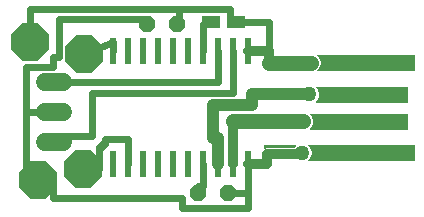
<source format=gtl>
G75*
G70*
%OFA0B0*%
%FSLAX24Y24*%
%IPPOS*%
%LPD*%
%AMOC8*
5,1,8,0,0,1.08239X$1,22.5*
%
%ADD10R,0.0236X0.0866*%
%ADD11C,0.0500*%
%ADD12R,0.0591X0.0394*%
%ADD13C,0.0600*%
%ADD14OC8,0.1240*%
%ADD15OC8,0.0520*%
%ADD16C,0.0160*%
%ADD17C,0.0320*%
%ADD18C,0.0500*%
%ADD19C,0.0240*%
%ADD20C,0.0000*%
%ADD21C,0.0001*%
%ADD22C,0.0400*%
D10*
X010550Y002070D03*
X011050Y002070D03*
X011550Y002070D03*
X012050Y002070D03*
X012550Y002070D03*
X013050Y002070D03*
X013550Y002070D03*
X014050Y002070D03*
X014550Y002060D03*
X015050Y002060D03*
X015050Y005840D03*
X014550Y005840D03*
X014050Y005840D03*
X013550Y005840D03*
X013050Y005840D03*
X012550Y005840D03*
X012050Y005840D03*
X011550Y005840D03*
X011050Y005840D03*
X010550Y005840D03*
D11*
X017150Y005450D03*
X017100Y004400D03*
X016900Y003500D03*
X016850Y002450D03*
D12*
X014664Y006800D03*
X013836Y006800D03*
D13*
X008900Y004800D02*
X008300Y004800D01*
X008300Y003800D02*
X008900Y003800D01*
X008900Y002800D02*
X008300Y002800D01*
D14*
X009550Y001900D03*
X008050Y001550D03*
X009600Y005750D03*
X007800Y006150D03*
D15*
X011700Y006750D03*
X012700Y006750D03*
X013400Y001100D03*
X014400Y001100D03*
D16*
X015050Y001950D02*
X015050Y002060D01*
X010550Y002070D02*
X010550Y001950D01*
D17*
X014550Y002060D02*
X014550Y003500D01*
X016850Y002450D02*
X016850Y002400D01*
X015700Y002400D01*
X015700Y002060D01*
X015050Y002060D01*
X016900Y005400D02*
X017150Y005450D01*
X015750Y005450D02*
X015750Y005600D01*
X015750Y005840D01*
X015050Y005840D01*
D18*
X015750Y005450D02*
X017150Y005450D01*
X016900Y003500D02*
X014550Y003500D01*
D19*
X007650Y003800D02*
X007650Y001550D01*
X008050Y001550D01*
X008550Y001550D01*
X008550Y000950D01*
X012850Y000950D01*
X012850Y000600D01*
X015050Y000600D01*
X015050Y001100D01*
X014400Y001100D01*
X015050Y001100D02*
X015050Y002060D01*
X013550Y002070D02*
X013550Y001350D01*
X013400Y001350D01*
X013400Y001100D01*
X011050Y002070D02*
X011050Y002900D01*
X010300Y002900D01*
X010300Y002750D01*
X010200Y002750D01*
X010200Y002650D01*
X010100Y002650D01*
X010100Y001900D01*
X009550Y001900D01*
X008600Y002800D02*
X008600Y003000D01*
X009850Y003000D01*
X009850Y004450D01*
X014550Y004450D01*
X014550Y005840D01*
X014050Y005840D02*
X014050Y004800D01*
X008600Y004800D01*
X008550Y005300D02*
X007650Y005300D01*
X007650Y003800D01*
X008600Y003800D01*
X008550Y005300D02*
X008550Y005650D01*
X008750Y005650D01*
X008750Y006900D01*
X011700Y006900D01*
X011700Y006750D01*
X012700Y006750D02*
X012750Y006750D01*
X012750Y007250D01*
X007800Y007250D01*
X007800Y006150D01*
X009600Y005750D02*
X010550Y006150D01*
X010550Y005840D01*
X013550Y005840D02*
X013550Y006750D01*
X013836Y006750D01*
X013836Y006800D01*
X014450Y006800D02*
X014450Y007250D01*
X012750Y007250D01*
X014450Y006800D02*
X014664Y006800D01*
X015750Y006800D01*
X015750Y005600D01*
D20*
X017367Y005700D02*
X017430Y005637D01*
X017480Y005516D01*
X017480Y005384D01*
X017430Y005263D01*
X017367Y005200D01*
X020600Y005200D01*
X020600Y005700D01*
X017367Y005700D01*
X017317Y004650D02*
X020350Y004650D01*
X020350Y004150D01*
X017317Y004150D01*
X017380Y004213D01*
X017430Y004334D01*
X017430Y004466D01*
X017380Y004587D01*
X017317Y004650D01*
X017117Y003750D02*
X020350Y003750D01*
X020350Y003250D01*
X017117Y003250D01*
X017180Y003313D01*
X017230Y003434D01*
X017230Y003566D01*
X017180Y003687D01*
X017117Y003750D01*
X017067Y002700D02*
X020600Y002700D01*
X020600Y002200D01*
X017067Y002200D01*
X017130Y002263D01*
X017180Y002384D01*
X017180Y002516D01*
X017130Y002637D01*
X017067Y002700D01*
X016633Y002700D02*
X016573Y002640D01*
X015652Y002640D01*
X015600Y002618D01*
X015600Y002700D01*
X016633Y002700D01*
D21*
X015600Y002700D01*
X015600Y002699D02*
X016632Y002699D01*
X016631Y002698D02*
X015600Y002698D01*
X015600Y002697D02*
X016630Y002697D01*
X016629Y002696D02*
X015600Y002696D01*
X015600Y002695D02*
X016628Y002695D01*
X016627Y002694D02*
X015600Y002694D01*
X015600Y002693D02*
X016626Y002693D01*
X016625Y002692D02*
X015600Y002692D01*
X015600Y002691D02*
X016624Y002691D01*
X016623Y002690D02*
X015600Y002690D01*
X015600Y002689D02*
X016622Y002689D01*
X016621Y002688D02*
X015600Y002688D01*
X015600Y002687D02*
X016620Y002687D01*
X016619Y002686D02*
X015600Y002686D01*
X015600Y002685D02*
X016618Y002685D01*
X016617Y002684D02*
X015600Y002684D01*
X015600Y002683D02*
X016616Y002683D01*
X016615Y002682D02*
X015600Y002682D01*
X015600Y002681D02*
X016614Y002681D01*
X016613Y002680D02*
X015600Y002680D01*
X015600Y002679D02*
X016612Y002679D01*
X016611Y002678D02*
X015600Y002678D01*
X015600Y002677D02*
X016610Y002677D01*
X016609Y002676D02*
X015600Y002676D01*
X015600Y002675D02*
X016608Y002675D01*
X016607Y002674D02*
X015600Y002674D01*
X015600Y002673D02*
X016606Y002673D01*
X016605Y002672D02*
X015600Y002672D01*
X015600Y002671D02*
X016604Y002671D01*
X016603Y002670D02*
X015600Y002670D01*
X015600Y002669D02*
X016602Y002669D01*
X016601Y002668D02*
X015600Y002668D01*
X015600Y002667D02*
X016600Y002667D01*
X016599Y002666D02*
X015600Y002666D01*
X015600Y002665D02*
X016598Y002665D01*
X016597Y002664D02*
X015600Y002664D01*
X015600Y002663D02*
X016596Y002663D01*
X016595Y002662D02*
X015600Y002662D01*
X015600Y002661D02*
X016594Y002661D01*
X016593Y002660D02*
X015600Y002660D01*
X015600Y002659D02*
X016592Y002659D01*
X016591Y002658D02*
X015600Y002658D01*
X015600Y002657D02*
X016590Y002657D01*
X016589Y002656D02*
X015600Y002656D01*
X015600Y002655D02*
X016588Y002655D01*
X016587Y002654D02*
X015600Y002654D01*
X015600Y002653D02*
X016586Y002653D01*
X016585Y002652D02*
X015600Y002652D01*
X015600Y002651D02*
X016584Y002651D01*
X016583Y002650D02*
X015600Y002650D01*
X015600Y002649D02*
X016582Y002649D01*
X016581Y002648D02*
X015600Y002648D01*
X015600Y002647D02*
X016580Y002647D01*
X016579Y002646D02*
X015600Y002646D01*
X015600Y002645D02*
X016578Y002645D01*
X016577Y002644D02*
X015600Y002644D01*
X015600Y002643D02*
X016576Y002643D01*
X016575Y002642D02*
X015600Y002642D01*
X015600Y002641D02*
X016574Y002641D01*
X017067Y002700D02*
X020600Y002700D01*
X020600Y002699D02*
X017068Y002699D01*
X017069Y002698D02*
X020600Y002698D01*
X020600Y002697D02*
X017070Y002697D01*
X017071Y002696D02*
X020600Y002696D01*
X020600Y002695D02*
X017072Y002695D01*
X017073Y002694D02*
X020600Y002694D01*
X020600Y002693D02*
X017074Y002693D01*
X017075Y002692D02*
X020600Y002692D01*
X020600Y002691D02*
X017076Y002691D01*
X017077Y002690D02*
X020600Y002690D01*
X020600Y002689D02*
X017078Y002689D01*
X017079Y002688D02*
X020600Y002688D01*
X020600Y002687D02*
X017080Y002687D01*
X017081Y002686D02*
X020600Y002686D01*
X020600Y002685D02*
X017082Y002685D01*
X017083Y002684D02*
X020600Y002684D01*
X020600Y002683D02*
X017084Y002683D01*
X017085Y002682D02*
X020600Y002682D01*
X020600Y002681D02*
X017086Y002681D01*
X017087Y002680D02*
X020600Y002680D01*
X020600Y002679D02*
X017088Y002679D01*
X017089Y002678D02*
X020600Y002678D01*
X020600Y002677D02*
X017090Y002677D01*
X017091Y002676D02*
X020600Y002676D01*
X020600Y002675D02*
X017092Y002675D01*
X017093Y002674D02*
X020600Y002674D01*
X020600Y002673D02*
X017094Y002673D01*
X017095Y002672D02*
X020600Y002672D01*
X020600Y002671D02*
X017096Y002671D01*
X017097Y002670D02*
X020600Y002670D01*
X020600Y002669D02*
X017098Y002669D01*
X017099Y002668D02*
X020600Y002668D01*
X020600Y002667D02*
X017100Y002667D01*
X017101Y002666D02*
X020600Y002666D01*
X020600Y002665D02*
X017102Y002665D01*
X017103Y002664D02*
X020600Y002664D01*
X020600Y002663D02*
X017104Y002663D01*
X017105Y002662D02*
X020600Y002662D01*
X020600Y002661D02*
X017106Y002661D01*
X017107Y002660D02*
X020600Y002660D01*
X020600Y002659D02*
X017108Y002659D01*
X017109Y002658D02*
X020600Y002658D01*
X020600Y002657D02*
X017110Y002657D01*
X017111Y002656D02*
X020600Y002656D01*
X020600Y002655D02*
X017112Y002655D01*
X017113Y002654D02*
X020600Y002654D01*
X020600Y002653D02*
X017114Y002653D01*
X017115Y002652D02*
X020600Y002652D01*
X020600Y002651D02*
X017116Y002651D01*
X017117Y002650D02*
X020600Y002650D01*
X020600Y002649D02*
X017118Y002649D01*
X017119Y002648D02*
X020600Y002648D01*
X020600Y002647D02*
X017120Y002647D01*
X017121Y002646D02*
X020600Y002646D01*
X020600Y002645D02*
X017122Y002645D01*
X017123Y002644D02*
X020600Y002644D01*
X020600Y002643D02*
X017124Y002643D01*
X017125Y002642D02*
X020600Y002642D01*
X020600Y002641D02*
X017126Y002641D01*
X017127Y002640D02*
X020600Y002640D01*
X020600Y002639D02*
X017128Y002639D01*
X017129Y002638D02*
X020600Y002638D01*
X020600Y002637D02*
X017130Y002637D01*
X017130Y002636D02*
X020600Y002636D01*
X020600Y002635D02*
X017131Y002635D01*
X017131Y002634D02*
X020600Y002634D01*
X020600Y002633D02*
X017132Y002633D01*
X017132Y002632D02*
X020600Y002632D01*
X020600Y002631D02*
X017132Y002631D01*
X017133Y002630D02*
X020600Y002630D01*
X020600Y002629D02*
X017133Y002629D01*
X017134Y002628D02*
X020600Y002628D01*
X020600Y002627D02*
X017134Y002627D01*
X017134Y002626D02*
X020600Y002626D01*
X020600Y002625D02*
X017135Y002625D01*
X017135Y002624D02*
X020600Y002624D01*
X020600Y002623D02*
X017136Y002623D01*
X017136Y002622D02*
X020600Y002622D01*
X020600Y002621D02*
X017137Y002621D01*
X017137Y002620D02*
X020600Y002620D01*
X020600Y002619D02*
X017137Y002619D01*
X017138Y002618D02*
X020600Y002618D01*
X020600Y002617D02*
X017138Y002617D01*
X017139Y002616D02*
X020600Y002616D01*
X020600Y002615D02*
X017139Y002615D01*
X017139Y002614D02*
X020600Y002614D01*
X020600Y002613D02*
X017140Y002613D01*
X017140Y002612D02*
X020600Y002612D01*
X020600Y002611D02*
X017141Y002611D01*
X017141Y002610D02*
X020600Y002610D01*
X020600Y002609D02*
X017141Y002609D01*
X017142Y002608D02*
X020600Y002608D01*
X020600Y002607D02*
X017142Y002607D01*
X017143Y002606D02*
X020600Y002606D01*
X020600Y002605D02*
X017143Y002605D01*
X017144Y002604D02*
X020600Y002604D01*
X020600Y002603D02*
X017144Y002603D01*
X017144Y002602D02*
X020600Y002602D01*
X020600Y002601D02*
X017145Y002601D01*
X017145Y002600D02*
X020600Y002600D01*
X020600Y002599D02*
X017146Y002599D01*
X017146Y002598D02*
X020600Y002598D01*
X020600Y002597D02*
X017146Y002597D01*
X017147Y002596D02*
X020600Y002596D01*
X020600Y002595D02*
X017147Y002595D01*
X017148Y002594D02*
X020600Y002594D01*
X020600Y002593D02*
X017148Y002593D01*
X017149Y002592D02*
X020600Y002592D01*
X020600Y002591D02*
X017149Y002591D01*
X017149Y002590D02*
X020600Y002590D01*
X020600Y002589D02*
X017150Y002589D01*
X017150Y002588D02*
X020600Y002588D01*
X020600Y002587D02*
X017151Y002587D01*
X017151Y002586D02*
X020600Y002586D01*
X020600Y002585D02*
X017151Y002585D01*
X017152Y002584D02*
X020600Y002584D01*
X020600Y002583D02*
X017152Y002583D01*
X017153Y002582D02*
X020600Y002582D01*
X020600Y002581D02*
X017153Y002581D01*
X017153Y002580D02*
X020600Y002580D01*
X020600Y002579D02*
X017154Y002579D01*
X017154Y002578D02*
X020600Y002578D01*
X020600Y002577D02*
X017155Y002577D01*
X017155Y002576D02*
X020600Y002576D01*
X020600Y002575D02*
X017156Y002575D01*
X017156Y002574D02*
X020600Y002574D01*
X020600Y002573D02*
X017156Y002573D01*
X017157Y002572D02*
X020600Y002572D01*
X020600Y002571D02*
X017157Y002571D01*
X017158Y002570D02*
X020600Y002570D01*
X020600Y002569D02*
X017158Y002569D01*
X017158Y002568D02*
X020600Y002568D01*
X020600Y002567D02*
X017159Y002567D01*
X017159Y002566D02*
X020600Y002566D01*
X020600Y002565D02*
X017160Y002565D01*
X017160Y002564D02*
X020600Y002564D01*
X020600Y002563D02*
X017161Y002563D01*
X017161Y002562D02*
X020600Y002562D01*
X020600Y002561D02*
X017161Y002561D01*
X017162Y002560D02*
X020600Y002560D01*
X020600Y002559D02*
X017162Y002559D01*
X017163Y002558D02*
X020600Y002558D01*
X020600Y002557D02*
X017163Y002557D01*
X017163Y002556D02*
X020600Y002556D01*
X020600Y002555D02*
X017164Y002555D01*
X017164Y002554D02*
X020600Y002554D01*
X020600Y002553D02*
X017165Y002553D01*
X017165Y002552D02*
X020600Y002552D01*
X020600Y002551D02*
X017165Y002551D01*
X017166Y002550D02*
X020600Y002550D01*
X020600Y002549D02*
X017166Y002549D01*
X017167Y002548D02*
X020600Y002548D01*
X020600Y002547D02*
X017167Y002547D01*
X017168Y002546D02*
X020600Y002546D01*
X020600Y002545D02*
X017168Y002545D01*
X017168Y002544D02*
X020600Y002544D01*
X020600Y002543D02*
X017169Y002543D01*
X017169Y002542D02*
X020600Y002542D01*
X020600Y002541D02*
X017170Y002541D01*
X017170Y002540D02*
X020600Y002540D01*
X020600Y002539D02*
X017170Y002539D01*
X017171Y002538D02*
X020600Y002538D01*
X020600Y002537D02*
X017171Y002537D01*
X017172Y002536D02*
X020600Y002536D01*
X020600Y002535D02*
X017172Y002535D01*
X017173Y002534D02*
X020600Y002534D01*
X020600Y002533D02*
X017173Y002533D01*
X017173Y002532D02*
X020600Y002532D01*
X020600Y002531D02*
X017174Y002531D01*
X017174Y002530D02*
X020600Y002530D01*
X020600Y002529D02*
X017175Y002529D01*
X017175Y002528D02*
X020600Y002528D01*
X020600Y002527D02*
X017175Y002527D01*
X017176Y002526D02*
X020600Y002526D01*
X020600Y002525D02*
X017176Y002525D01*
X017177Y002524D02*
X020600Y002524D01*
X020600Y002523D02*
X017177Y002523D01*
X017177Y002522D02*
X020600Y002522D01*
X020600Y002521D02*
X017178Y002521D01*
X017178Y002520D02*
X020600Y002520D01*
X020600Y002519D02*
X017179Y002519D01*
X017179Y002518D02*
X020600Y002518D01*
X020600Y002517D02*
X017180Y002517D01*
X017180Y002516D02*
X020600Y002516D01*
X020600Y002515D02*
X017180Y002515D01*
X017180Y002514D02*
X020600Y002514D01*
X020600Y002513D02*
X017180Y002513D01*
X017180Y002512D02*
X020600Y002512D01*
X020600Y002511D02*
X017180Y002511D01*
X017180Y002510D02*
X020600Y002510D01*
X020600Y002509D02*
X017180Y002509D01*
X017180Y002508D02*
X020600Y002508D01*
X020600Y002507D02*
X017180Y002507D01*
X017180Y002506D02*
X020600Y002506D01*
X020600Y002505D02*
X017180Y002505D01*
X017180Y002504D02*
X020600Y002504D01*
X020600Y002503D02*
X017180Y002503D01*
X017180Y002502D02*
X020600Y002502D01*
X020600Y002501D02*
X017180Y002501D01*
X017180Y002500D02*
X020600Y002500D01*
X020600Y002499D02*
X017180Y002499D01*
X017180Y002498D02*
X020600Y002498D01*
X020600Y002497D02*
X017180Y002497D01*
X017180Y002496D02*
X020600Y002496D01*
X020600Y002495D02*
X017180Y002495D01*
X017180Y002494D02*
X020600Y002494D01*
X020600Y002493D02*
X017180Y002493D01*
X017180Y002492D02*
X020600Y002492D01*
X020600Y002491D02*
X017180Y002491D01*
X017180Y002490D02*
X020600Y002490D01*
X020600Y002489D02*
X017180Y002489D01*
X017180Y002488D02*
X020600Y002488D01*
X020600Y002487D02*
X017180Y002487D01*
X017180Y002486D02*
X020600Y002486D01*
X020600Y002485D02*
X017180Y002485D01*
X017180Y002484D02*
X020600Y002484D01*
X020600Y002483D02*
X017180Y002483D01*
X017180Y002482D02*
X020600Y002482D01*
X020600Y002481D02*
X017180Y002481D01*
X017180Y002480D02*
X020600Y002480D01*
X020600Y002479D02*
X017180Y002479D01*
X017180Y002478D02*
X020600Y002478D01*
X020600Y002477D02*
X017180Y002477D01*
X017180Y002476D02*
X020600Y002476D01*
X020600Y002475D02*
X017180Y002475D01*
X017180Y002474D02*
X020600Y002474D01*
X020600Y002473D02*
X017180Y002473D01*
X017180Y002472D02*
X020600Y002472D01*
X020600Y002471D02*
X017180Y002471D01*
X017180Y002470D02*
X020600Y002470D01*
X020600Y002469D02*
X017180Y002469D01*
X017180Y002468D02*
X020600Y002468D01*
X020600Y002467D02*
X017180Y002467D01*
X017180Y002466D02*
X020600Y002466D01*
X020600Y002465D02*
X017180Y002465D01*
X017180Y002464D02*
X020600Y002464D01*
X020600Y002463D02*
X017180Y002463D01*
X017180Y002462D02*
X020600Y002462D01*
X020600Y002461D02*
X017180Y002461D01*
X017180Y002460D02*
X020600Y002460D01*
X020600Y002459D02*
X017180Y002459D01*
X017180Y002458D02*
X020600Y002458D01*
X020600Y002457D02*
X017180Y002457D01*
X017180Y002456D02*
X020600Y002456D01*
X020600Y002455D02*
X017180Y002455D01*
X017180Y002454D02*
X020600Y002454D01*
X020600Y002453D02*
X017180Y002453D01*
X017180Y002452D02*
X020600Y002452D01*
X020600Y002451D02*
X017180Y002451D01*
X017180Y002450D02*
X020600Y002450D01*
X020600Y002449D02*
X017180Y002449D01*
X017180Y002448D02*
X020600Y002448D01*
X020600Y002447D02*
X017180Y002447D01*
X017180Y002446D02*
X020600Y002446D01*
X020600Y002445D02*
X017180Y002445D01*
X017180Y002444D02*
X020600Y002444D01*
X020600Y002443D02*
X017180Y002443D01*
X017180Y002442D02*
X020600Y002442D01*
X020600Y002441D02*
X017180Y002441D01*
X017180Y002440D02*
X020600Y002440D01*
X020600Y002439D02*
X017180Y002439D01*
X017180Y002438D02*
X020600Y002438D01*
X020600Y002437D02*
X017180Y002437D01*
X017180Y002436D02*
X020600Y002436D01*
X020600Y002435D02*
X017180Y002435D01*
X017180Y002434D02*
X020600Y002434D01*
X020600Y002433D02*
X017180Y002433D01*
X017180Y002432D02*
X020600Y002432D01*
X020600Y002431D02*
X017180Y002431D01*
X017180Y002430D02*
X020600Y002430D01*
X020600Y002429D02*
X017180Y002429D01*
X017180Y002428D02*
X020600Y002428D01*
X020600Y002427D02*
X017180Y002427D01*
X017180Y002426D02*
X020600Y002426D01*
X020600Y002425D02*
X017180Y002425D01*
X017180Y002424D02*
X020600Y002424D01*
X020600Y002423D02*
X017180Y002423D01*
X017180Y002422D02*
X020600Y002422D01*
X020600Y002421D02*
X017180Y002421D01*
X017180Y002420D02*
X020600Y002420D01*
X020600Y002419D02*
X017180Y002419D01*
X017180Y002418D02*
X020600Y002418D01*
X020600Y002417D02*
X017180Y002417D01*
X017180Y002416D02*
X020600Y002416D01*
X020600Y002415D02*
X017180Y002415D01*
X017180Y002414D02*
X020600Y002414D01*
X020600Y002413D02*
X017180Y002413D01*
X017180Y002412D02*
X020600Y002412D01*
X020600Y002411D02*
X017180Y002411D01*
X017180Y002410D02*
X020600Y002410D01*
X020600Y002409D02*
X017180Y002409D01*
X017180Y002408D02*
X020600Y002408D01*
X020600Y002407D02*
X017180Y002407D01*
X017180Y002406D02*
X020600Y002406D01*
X020600Y002405D02*
X017180Y002405D01*
X017180Y002404D02*
X020600Y002404D01*
X020600Y002403D02*
X017180Y002403D01*
X017180Y002402D02*
X020600Y002402D01*
X020600Y002401D02*
X017180Y002401D01*
X017180Y002400D02*
X020600Y002400D01*
X020600Y002399D02*
X017180Y002399D01*
X017180Y002398D02*
X020600Y002398D01*
X020600Y002397D02*
X017180Y002397D01*
X017180Y002396D02*
X020600Y002396D01*
X020600Y002395D02*
X017180Y002395D01*
X017180Y002394D02*
X020600Y002394D01*
X020600Y002393D02*
X017180Y002393D01*
X017180Y002392D02*
X020600Y002392D01*
X020600Y002391D02*
X017180Y002391D01*
X017180Y002390D02*
X020600Y002390D01*
X020600Y002389D02*
X017180Y002389D01*
X017180Y002388D02*
X020600Y002388D01*
X020600Y002387D02*
X017180Y002387D01*
X017180Y002386D02*
X020600Y002386D01*
X020600Y002385D02*
X017180Y002385D01*
X017180Y002384D02*
X020600Y002384D01*
X020600Y002383D02*
X017179Y002383D01*
X017179Y002382D02*
X020600Y002382D01*
X020600Y002381D02*
X017179Y002381D01*
X017178Y002380D02*
X020600Y002380D01*
X020600Y002379D02*
X017178Y002379D01*
X017177Y002378D02*
X020600Y002378D01*
X020600Y002377D02*
X017177Y002377D01*
X017176Y002376D02*
X020600Y002376D01*
X020600Y002375D02*
X017176Y002375D01*
X017176Y002374D02*
X020600Y002374D01*
X020600Y002373D02*
X017175Y002373D01*
X017175Y002372D02*
X020600Y002372D01*
X020600Y002371D02*
X017174Y002371D01*
X017174Y002370D02*
X020600Y002370D01*
X020600Y002369D02*
X017174Y002369D01*
X017173Y002368D02*
X020600Y002368D01*
X020600Y002367D02*
X017173Y002367D01*
X017172Y002366D02*
X020600Y002366D01*
X020600Y002365D02*
X017172Y002365D01*
X017172Y002364D02*
X020600Y002364D01*
X020600Y002363D02*
X017171Y002363D01*
X017171Y002362D02*
X020600Y002362D01*
X020600Y002361D02*
X017170Y002361D01*
X017170Y002360D02*
X020600Y002360D01*
X020600Y002359D02*
X017169Y002359D01*
X017169Y002358D02*
X020600Y002358D01*
X020600Y002357D02*
X017169Y002357D01*
X017168Y002356D02*
X020600Y002356D01*
X020600Y002355D02*
X017168Y002355D01*
X017167Y002354D02*
X020600Y002354D01*
X020600Y002353D02*
X017167Y002353D01*
X017167Y002352D02*
X020600Y002352D01*
X020600Y002351D02*
X017166Y002351D01*
X017166Y002350D02*
X020600Y002350D01*
X020600Y002349D02*
X017165Y002349D01*
X017165Y002348D02*
X020600Y002348D01*
X020600Y002347D02*
X017164Y002347D01*
X017164Y002346D02*
X020600Y002346D01*
X020600Y002345D02*
X017164Y002345D01*
X017163Y002344D02*
X020600Y002344D01*
X020600Y002343D02*
X017163Y002343D01*
X017162Y002342D02*
X020600Y002342D01*
X020600Y002341D02*
X017162Y002341D01*
X017162Y002340D02*
X020600Y002340D01*
X020600Y002339D02*
X017161Y002339D01*
X017161Y002338D02*
X020600Y002338D01*
X020600Y002337D02*
X017160Y002337D01*
X017160Y002336D02*
X020600Y002336D01*
X020600Y002335D02*
X017160Y002335D01*
X017159Y002334D02*
X020600Y002334D01*
X020600Y002333D02*
X017159Y002333D01*
X017158Y002332D02*
X020600Y002332D01*
X020600Y002331D02*
X017158Y002331D01*
X017157Y002330D02*
X020600Y002330D01*
X020600Y002329D02*
X017157Y002329D01*
X017157Y002328D02*
X020600Y002328D01*
X020600Y002327D02*
X017156Y002327D01*
X017156Y002326D02*
X020600Y002326D01*
X020600Y002325D02*
X017155Y002325D01*
X017155Y002324D02*
X020600Y002324D01*
X020600Y002323D02*
X017155Y002323D01*
X017154Y002322D02*
X020600Y002322D01*
X020600Y002321D02*
X017154Y002321D01*
X017153Y002320D02*
X020600Y002320D01*
X020600Y002319D02*
X017153Y002319D01*
X017152Y002318D02*
X020600Y002318D01*
X020600Y002317D02*
X017152Y002317D01*
X017152Y002316D02*
X020600Y002316D01*
X020600Y002315D02*
X017151Y002315D01*
X017151Y002314D02*
X020600Y002314D01*
X020600Y002313D02*
X017150Y002313D01*
X017150Y002312D02*
X020600Y002312D01*
X020600Y002311D02*
X017150Y002311D01*
X017149Y002310D02*
X020600Y002310D01*
X020600Y002309D02*
X017149Y002309D01*
X017148Y002308D02*
X020600Y002308D01*
X020600Y002307D02*
X017148Y002307D01*
X017148Y002306D02*
X020600Y002306D01*
X020600Y002305D02*
X017147Y002305D01*
X017147Y002304D02*
X020600Y002304D01*
X020600Y002303D02*
X017146Y002303D01*
X017146Y002302D02*
X020600Y002302D01*
X020600Y002301D02*
X017145Y002301D01*
X017145Y002300D02*
X020600Y002300D01*
X020600Y002299D02*
X017145Y002299D01*
X017144Y002298D02*
X020600Y002298D01*
X020600Y002297D02*
X017144Y002297D01*
X017143Y002296D02*
X020600Y002296D01*
X020600Y002295D02*
X017143Y002295D01*
X017143Y002294D02*
X020600Y002294D01*
X020600Y002293D02*
X017142Y002293D01*
X017142Y002292D02*
X020600Y002292D01*
X020600Y002291D02*
X017141Y002291D01*
X017141Y002290D02*
X020600Y002290D01*
X020600Y002289D02*
X017140Y002289D01*
X017140Y002288D02*
X020600Y002288D01*
X020600Y002287D02*
X017140Y002287D01*
X017139Y002286D02*
X020600Y002286D01*
X020600Y002285D02*
X017139Y002285D01*
X017138Y002284D02*
X020600Y002284D01*
X020600Y002283D02*
X017138Y002283D01*
X017138Y002282D02*
X020600Y002282D01*
X020600Y002281D02*
X017137Y002281D01*
X017137Y002280D02*
X020600Y002280D01*
X020600Y002279D02*
X017136Y002279D01*
X017136Y002278D02*
X020600Y002278D01*
X020600Y002277D02*
X017136Y002277D01*
X017135Y002276D02*
X020600Y002276D01*
X020600Y002275D02*
X017135Y002275D01*
X017134Y002274D02*
X020600Y002274D01*
X020600Y002273D02*
X017134Y002273D01*
X017133Y002272D02*
X020600Y002272D01*
X020600Y002271D02*
X017133Y002271D01*
X017133Y002270D02*
X020600Y002270D01*
X020600Y002269D02*
X017132Y002269D01*
X017132Y002268D02*
X020600Y002268D01*
X020600Y002267D02*
X017131Y002267D01*
X017131Y002266D02*
X020600Y002266D01*
X020600Y002265D02*
X017131Y002265D01*
X017130Y002264D02*
X020600Y002264D01*
X020600Y002263D02*
X017130Y002263D01*
X017129Y002262D02*
X020600Y002262D01*
X020600Y002261D02*
X017128Y002261D01*
X017127Y002260D02*
X020600Y002260D01*
X020600Y002259D02*
X017126Y002259D01*
X017125Y002258D02*
X020600Y002258D01*
X020600Y002257D02*
X017124Y002257D01*
X017123Y002256D02*
X020600Y002256D01*
X020600Y002255D02*
X017122Y002255D01*
X017121Y002254D02*
X020600Y002254D01*
X020600Y002253D02*
X017120Y002253D01*
X017119Y002252D02*
X020600Y002252D01*
X020600Y002251D02*
X017118Y002251D01*
X017117Y002250D02*
X020600Y002250D01*
X020600Y002249D02*
X017116Y002249D01*
X017115Y002248D02*
X020600Y002248D01*
X020600Y002247D02*
X017114Y002247D01*
X017113Y002246D02*
X020600Y002246D01*
X020600Y002245D02*
X017112Y002245D01*
X017111Y002244D02*
X020600Y002244D01*
X020600Y002243D02*
X017110Y002243D01*
X017109Y002242D02*
X020600Y002242D01*
X020600Y002241D02*
X017108Y002241D01*
X017107Y002240D02*
X020600Y002240D01*
X020600Y002239D02*
X017106Y002239D01*
X017105Y002238D02*
X020600Y002238D01*
X020600Y002237D02*
X017104Y002237D01*
X017103Y002236D02*
X020600Y002236D01*
X020600Y002235D02*
X017102Y002235D01*
X017101Y002234D02*
X020600Y002234D01*
X020600Y002233D02*
X017100Y002233D01*
X017099Y002232D02*
X020600Y002232D01*
X020600Y002231D02*
X017098Y002231D01*
X017097Y002230D02*
X020600Y002230D01*
X020600Y002229D02*
X017096Y002229D01*
X017095Y002228D02*
X020600Y002228D01*
X020600Y002227D02*
X017094Y002227D01*
X017093Y002226D02*
X020600Y002226D01*
X020600Y002225D02*
X017092Y002225D01*
X017091Y002224D02*
X020600Y002224D01*
X020600Y002223D02*
X017090Y002223D01*
X017089Y002222D02*
X020600Y002222D01*
X020600Y002221D02*
X017088Y002221D01*
X017087Y002220D02*
X020600Y002220D01*
X020600Y002219D02*
X017086Y002219D01*
X017085Y002218D02*
X020600Y002218D01*
X020600Y002217D02*
X017084Y002217D01*
X017083Y002216D02*
X020600Y002216D01*
X020600Y002215D02*
X017082Y002215D01*
X017081Y002214D02*
X020600Y002214D01*
X020600Y002213D02*
X017080Y002213D01*
X017079Y002212D02*
X020600Y002212D01*
X020600Y002211D02*
X017078Y002211D01*
X017077Y002210D02*
X020600Y002210D01*
X020600Y002209D02*
X017076Y002209D01*
X017075Y002208D02*
X020600Y002208D01*
X020600Y002207D02*
X017074Y002207D01*
X017073Y002206D02*
X020600Y002206D01*
X020600Y002205D02*
X017072Y002205D01*
X017071Y002204D02*
X020600Y002204D01*
X020600Y002203D02*
X017070Y002203D01*
X017069Y002202D02*
X020600Y002202D01*
X020600Y002201D02*
X017068Y002201D01*
X017067Y002200D02*
X020600Y002200D01*
X020350Y003250D02*
X017117Y003250D01*
X017118Y003251D02*
X020350Y003251D01*
X020350Y003252D02*
X017119Y003252D01*
X017120Y003253D02*
X020350Y003253D01*
X020350Y003254D02*
X017121Y003254D01*
X017122Y003255D02*
X020350Y003255D01*
X020350Y003256D02*
X017123Y003256D01*
X017124Y003257D02*
X020350Y003257D01*
X020350Y003258D02*
X017125Y003258D01*
X017126Y003259D02*
X020350Y003259D01*
X020350Y003260D02*
X017127Y003260D01*
X017128Y003261D02*
X020350Y003261D01*
X020350Y003262D02*
X017129Y003262D01*
X017130Y003263D02*
X020350Y003263D01*
X020350Y003264D02*
X017131Y003264D01*
X017132Y003265D02*
X020350Y003265D01*
X020350Y003266D02*
X017133Y003266D01*
X017134Y003267D02*
X020350Y003267D01*
X020350Y003268D02*
X017135Y003268D01*
X017136Y003269D02*
X020350Y003269D01*
X020350Y003270D02*
X017137Y003270D01*
X017138Y003271D02*
X020350Y003271D01*
X020350Y003272D02*
X017139Y003272D01*
X017140Y003273D02*
X020350Y003273D01*
X020350Y003274D02*
X017141Y003274D01*
X017142Y003275D02*
X020350Y003275D01*
X020350Y003276D02*
X017143Y003276D01*
X017144Y003277D02*
X020350Y003277D01*
X020350Y003278D02*
X017145Y003278D01*
X017146Y003279D02*
X020350Y003279D01*
X020350Y003280D02*
X017147Y003280D01*
X017148Y003281D02*
X020350Y003281D01*
X020350Y003282D02*
X017149Y003282D01*
X017150Y003283D02*
X020350Y003283D01*
X020350Y003284D02*
X017151Y003284D01*
X017152Y003285D02*
X020350Y003285D01*
X020350Y003286D02*
X017153Y003286D01*
X017154Y003287D02*
X020350Y003287D01*
X020350Y003288D02*
X017155Y003288D01*
X017156Y003289D02*
X020350Y003289D01*
X020350Y003290D02*
X017157Y003290D01*
X017158Y003291D02*
X020350Y003291D01*
X020350Y003292D02*
X017159Y003292D01*
X017160Y003293D02*
X020350Y003293D01*
X020350Y003294D02*
X017161Y003294D01*
X017162Y003295D02*
X020350Y003295D01*
X020350Y003296D02*
X017163Y003296D01*
X017164Y003297D02*
X020350Y003297D01*
X020350Y003298D02*
X017165Y003298D01*
X017166Y003299D02*
X020350Y003299D01*
X020350Y003300D02*
X017167Y003300D01*
X017168Y003301D02*
X020350Y003301D01*
X020350Y003302D02*
X017169Y003302D01*
X017170Y003303D02*
X020350Y003303D01*
X020350Y003304D02*
X017171Y003304D01*
X017172Y003305D02*
X020350Y003305D01*
X020350Y003306D02*
X017173Y003306D01*
X017174Y003307D02*
X020350Y003307D01*
X020350Y003308D02*
X017175Y003308D01*
X017176Y003309D02*
X020350Y003309D01*
X020350Y003310D02*
X017177Y003310D01*
X017178Y003311D02*
X020350Y003311D01*
X020350Y003312D02*
X017179Y003312D01*
X017180Y003313D02*
X020350Y003313D01*
X020350Y003314D02*
X017180Y003314D01*
X017181Y003315D02*
X020350Y003315D01*
X020350Y003316D02*
X017181Y003316D01*
X017181Y003317D02*
X020350Y003317D01*
X020350Y003318D02*
X017182Y003318D01*
X017182Y003319D02*
X020350Y003319D01*
X020350Y003320D02*
X017183Y003320D01*
X017183Y003321D02*
X020350Y003321D01*
X020350Y003322D02*
X017183Y003322D01*
X017184Y003323D02*
X020350Y003323D01*
X020350Y003324D02*
X017184Y003324D01*
X017185Y003325D02*
X020350Y003325D01*
X020350Y003326D02*
X017185Y003326D01*
X017186Y003327D02*
X020350Y003327D01*
X020350Y003328D02*
X017186Y003328D01*
X017186Y003329D02*
X020350Y003329D01*
X020350Y003330D02*
X017187Y003330D01*
X017187Y003331D02*
X020350Y003331D01*
X020350Y003332D02*
X017188Y003332D01*
X017188Y003333D02*
X020350Y003333D01*
X020350Y003334D02*
X017188Y003334D01*
X017189Y003335D02*
X020350Y003335D01*
X020350Y003336D02*
X017189Y003336D01*
X017190Y003337D02*
X020350Y003337D01*
X020350Y003338D02*
X017190Y003338D01*
X017190Y003339D02*
X020350Y003339D01*
X020350Y003340D02*
X017191Y003340D01*
X017191Y003341D02*
X020350Y003341D01*
X020350Y003342D02*
X017192Y003342D01*
X017192Y003343D02*
X020350Y003343D01*
X020350Y003344D02*
X017193Y003344D01*
X017193Y003345D02*
X020350Y003345D01*
X020350Y003346D02*
X017193Y003346D01*
X017194Y003347D02*
X020350Y003347D01*
X020350Y003348D02*
X017194Y003348D01*
X017195Y003349D02*
X020350Y003349D01*
X020350Y003350D02*
X017195Y003350D01*
X017195Y003351D02*
X020350Y003351D01*
X020350Y003352D02*
X017196Y003352D01*
X017196Y003353D02*
X020350Y003353D01*
X020350Y003354D02*
X017197Y003354D01*
X017197Y003355D02*
X020350Y003355D01*
X020350Y003356D02*
X017198Y003356D01*
X017198Y003357D02*
X020350Y003357D01*
X020350Y003358D02*
X017198Y003358D01*
X017199Y003359D02*
X020350Y003359D01*
X020350Y003360D02*
X017199Y003360D01*
X017200Y003361D02*
X020350Y003361D01*
X020350Y003362D02*
X017200Y003362D01*
X017200Y003363D02*
X020350Y003363D01*
X020350Y003364D02*
X017201Y003364D01*
X017201Y003365D02*
X020350Y003365D01*
X020350Y003366D02*
X017202Y003366D01*
X017202Y003367D02*
X020350Y003367D01*
X020350Y003368D02*
X017202Y003368D01*
X017203Y003369D02*
X020350Y003369D01*
X020350Y003370D02*
X017203Y003370D01*
X017204Y003371D02*
X020350Y003371D01*
X020350Y003372D02*
X017204Y003372D01*
X017205Y003373D02*
X020350Y003373D01*
X020350Y003374D02*
X017205Y003374D01*
X017205Y003375D02*
X020350Y003375D01*
X020350Y003376D02*
X017206Y003376D01*
X017206Y003377D02*
X020350Y003377D01*
X020350Y003378D02*
X017207Y003378D01*
X017207Y003379D02*
X020350Y003379D01*
X020350Y003380D02*
X017207Y003380D01*
X017208Y003381D02*
X020350Y003381D01*
X020350Y003382D02*
X017208Y003382D01*
X017209Y003383D02*
X020350Y003383D01*
X020350Y003384D02*
X017209Y003384D01*
X017210Y003385D02*
X020350Y003385D01*
X020350Y003386D02*
X017210Y003386D01*
X017210Y003387D02*
X020350Y003387D01*
X020350Y003388D02*
X017211Y003388D01*
X017211Y003389D02*
X020350Y003389D01*
X020350Y003390D02*
X017212Y003390D01*
X017212Y003391D02*
X020350Y003391D01*
X020350Y003392D02*
X017212Y003392D01*
X017213Y003393D02*
X020350Y003393D01*
X020350Y003394D02*
X017213Y003394D01*
X017214Y003395D02*
X020350Y003395D01*
X020350Y003396D02*
X017214Y003396D01*
X017214Y003397D02*
X020350Y003397D01*
X020350Y003398D02*
X017215Y003398D01*
X017215Y003399D02*
X020350Y003399D01*
X020350Y003400D02*
X017216Y003400D01*
X017216Y003401D02*
X020350Y003401D01*
X020350Y003402D02*
X017217Y003402D01*
X017217Y003403D02*
X020350Y003403D01*
X020350Y003404D02*
X017217Y003404D01*
X017218Y003405D02*
X020350Y003405D01*
X020350Y003406D02*
X017218Y003406D01*
X017219Y003407D02*
X020350Y003407D01*
X020350Y003408D02*
X017219Y003408D01*
X017219Y003409D02*
X020350Y003409D01*
X020350Y003410D02*
X017220Y003410D01*
X017220Y003411D02*
X020350Y003411D01*
X020350Y003412D02*
X017221Y003412D01*
X017221Y003413D02*
X020350Y003413D01*
X020350Y003414D02*
X017222Y003414D01*
X017222Y003415D02*
X020350Y003415D01*
X020350Y003416D02*
X017222Y003416D01*
X017223Y003417D02*
X020350Y003417D01*
X020350Y003418D02*
X017223Y003418D01*
X017224Y003419D02*
X020350Y003419D01*
X020350Y003420D02*
X017224Y003420D01*
X017224Y003421D02*
X020350Y003421D01*
X020350Y003422D02*
X017225Y003422D01*
X017225Y003423D02*
X020350Y003423D01*
X020350Y003424D02*
X017226Y003424D01*
X017226Y003425D02*
X020350Y003425D01*
X020350Y003426D02*
X017226Y003426D01*
X017227Y003427D02*
X020350Y003427D01*
X020350Y003428D02*
X017227Y003428D01*
X017228Y003429D02*
X020350Y003429D01*
X020350Y003430D02*
X017228Y003430D01*
X017229Y003431D02*
X020350Y003431D01*
X020350Y003432D02*
X017229Y003432D01*
X017229Y003433D02*
X020350Y003433D01*
X020350Y003434D02*
X017230Y003434D01*
X017230Y003435D02*
X020350Y003435D01*
X020350Y003436D02*
X017230Y003436D01*
X017230Y003437D02*
X020350Y003437D01*
X020350Y003438D02*
X017230Y003438D01*
X017230Y003439D02*
X020350Y003439D01*
X020350Y003440D02*
X017230Y003440D01*
X017230Y003441D02*
X020350Y003441D01*
X020350Y003442D02*
X017230Y003442D01*
X017230Y003443D02*
X020350Y003443D01*
X020350Y003444D02*
X017230Y003444D01*
X017230Y003445D02*
X020350Y003445D01*
X020350Y003446D02*
X017230Y003446D01*
X017230Y003447D02*
X020350Y003447D01*
X020350Y003448D02*
X017230Y003448D01*
X017230Y003449D02*
X020350Y003449D01*
X020350Y003450D02*
X017230Y003450D01*
X017230Y003451D02*
X020350Y003451D01*
X020350Y003452D02*
X017230Y003452D01*
X017230Y003453D02*
X020350Y003453D01*
X020350Y003454D02*
X017230Y003454D01*
X017230Y003455D02*
X020350Y003455D01*
X020350Y003456D02*
X017230Y003456D01*
X017230Y003457D02*
X020350Y003457D01*
X020350Y003458D02*
X017230Y003458D01*
X017230Y003459D02*
X020350Y003459D01*
X020350Y003460D02*
X017230Y003460D01*
X017230Y003461D02*
X020350Y003461D01*
X020350Y003462D02*
X017230Y003462D01*
X017230Y003463D02*
X020350Y003463D01*
X020350Y003464D02*
X017230Y003464D01*
X017230Y003465D02*
X020350Y003465D01*
X020350Y003466D02*
X017230Y003466D01*
X017230Y003467D02*
X020350Y003467D01*
X020350Y003468D02*
X017230Y003468D01*
X017230Y003469D02*
X020350Y003469D01*
X020350Y003470D02*
X017230Y003470D01*
X017230Y003471D02*
X020350Y003471D01*
X020350Y003472D02*
X017230Y003472D01*
X017230Y003473D02*
X020350Y003473D01*
X020350Y003474D02*
X017230Y003474D01*
X017230Y003475D02*
X020350Y003475D01*
X020350Y003476D02*
X017230Y003476D01*
X017230Y003477D02*
X020350Y003477D01*
X020350Y003478D02*
X017230Y003478D01*
X017230Y003479D02*
X020350Y003479D01*
X020350Y003480D02*
X017230Y003480D01*
X017230Y003481D02*
X020350Y003481D01*
X020350Y003482D02*
X017230Y003482D01*
X017230Y003483D02*
X020350Y003483D01*
X020350Y003484D02*
X017230Y003484D01*
X017230Y003485D02*
X020350Y003485D01*
X020350Y003486D02*
X017230Y003486D01*
X017230Y003487D02*
X020350Y003487D01*
X020350Y003488D02*
X017230Y003488D01*
X017230Y003489D02*
X020350Y003489D01*
X020350Y003490D02*
X017230Y003490D01*
X017230Y003491D02*
X020350Y003491D01*
X020350Y003492D02*
X017230Y003492D01*
X017230Y003493D02*
X020350Y003493D01*
X020350Y003494D02*
X017230Y003494D01*
X017230Y003495D02*
X020350Y003495D01*
X020350Y003496D02*
X017230Y003496D01*
X017230Y003497D02*
X020350Y003497D01*
X020350Y003498D02*
X017230Y003498D01*
X017230Y003499D02*
X020350Y003499D01*
X020350Y003500D02*
X017230Y003500D01*
X017230Y003501D02*
X020350Y003501D01*
X020350Y003502D02*
X017230Y003502D01*
X017230Y003503D02*
X020350Y003503D01*
X020350Y003504D02*
X017230Y003504D01*
X017230Y003505D02*
X020350Y003505D01*
X020350Y003506D02*
X017230Y003506D01*
X017230Y003507D02*
X020350Y003507D01*
X020350Y003508D02*
X017230Y003508D01*
X017230Y003509D02*
X020350Y003509D01*
X020350Y003510D02*
X017230Y003510D01*
X017230Y003511D02*
X020350Y003511D01*
X020350Y003512D02*
X017230Y003512D01*
X017230Y003513D02*
X020350Y003513D01*
X020350Y003514D02*
X017230Y003514D01*
X017230Y003515D02*
X020350Y003515D01*
X020350Y003516D02*
X017230Y003516D01*
X017230Y003517D02*
X020350Y003517D01*
X020350Y003518D02*
X017230Y003518D01*
X017230Y003519D02*
X020350Y003519D01*
X020350Y003520D02*
X017230Y003520D01*
X017230Y003521D02*
X020350Y003521D01*
X020350Y003522D02*
X017230Y003522D01*
X017230Y003523D02*
X020350Y003523D01*
X020350Y003524D02*
X017230Y003524D01*
X017230Y003525D02*
X020350Y003525D01*
X020350Y003526D02*
X017230Y003526D01*
X017230Y003527D02*
X020350Y003527D01*
X020350Y003528D02*
X017230Y003528D01*
X017230Y003529D02*
X020350Y003529D01*
X020350Y003530D02*
X017230Y003530D01*
X017230Y003531D02*
X020350Y003531D01*
X020350Y003532D02*
X017230Y003532D01*
X017230Y003533D02*
X020350Y003533D01*
X020350Y003534D02*
X017230Y003534D01*
X017230Y003535D02*
X020350Y003535D01*
X020350Y003536D02*
X017230Y003536D01*
X017230Y003537D02*
X020350Y003537D01*
X020350Y003538D02*
X017230Y003538D01*
X017230Y003539D02*
X020350Y003539D01*
X020350Y003540D02*
X017230Y003540D01*
X017230Y003541D02*
X020350Y003541D01*
X020350Y003542D02*
X017230Y003542D01*
X017230Y003543D02*
X020350Y003543D01*
X020350Y003544D02*
X017230Y003544D01*
X017230Y003545D02*
X020350Y003545D01*
X020350Y003546D02*
X017230Y003546D01*
X017230Y003547D02*
X020350Y003547D01*
X020350Y003548D02*
X017230Y003548D01*
X017230Y003549D02*
X020350Y003549D01*
X020350Y003550D02*
X017230Y003550D01*
X017230Y003551D02*
X020350Y003551D01*
X020350Y003552D02*
X017230Y003552D01*
X017230Y003553D02*
X020350Y003553D01*
X020350Y003554D02*
X017230Y003554D01*
X017230Y003555D02*
X020350Y003555D01*
X020350Y003556D02*
X017230Y003556D01*
X017230Y003557D02*
X020350Y003557D01*
X020350Y003558D02*
X017230Y003558D01*
X017230Y003559D02*
X020350Y003559D01*
X020350Y003560D02*
X017230Y003560D01*
X017230Y003561D02*
X020350Y003561D01*
X020350Y003562D02*
X017230Y003562D01*
X017230Y003563D02*
X020350Y003563D01*
X020350Y003564D02*
X017230Y003564D01*
X017230Y003565D02*
X020350Y003565D01*
X020350Y003566D02*
X017230Y003566D01*
X017230Y003567D02*
X020350Y003567D01*
X020350Y003568D02*
X017229Y003568D01*
X017229Y003569D02*
X020350Y003569D01*
X020350Y003570D02*
X017228Y003570D01*
X017228Y003571D02*
X020350Y003571D01*
X020350Y003572D02*
X017228Y003572D01*
X017227Y003573D02*
X020350Y003573D01*
X020350Y003574D02*
X017227Y003574D01*
X017226Y003575D02*
X020350Y003575D01*
X020350Y003576D02*
X017226Y003576D01*
X017225Y003577D02*
X020350Y003577D01*
X020350Y003578D02*
X017225Y003578D01*
X017225Y003579D02*
X020350Y003579D01*
X020350Y003580D02*
X017224Y003580D01*
X017224Y003581D02*
X020350Y003581D01*
X020350Y003582D02*
X017223Y003582D01*
X017223Y003583D02*
X020350Y003583D01*
X020350Y003584D02*
X017223Y003584D01*
X017222Y003585D02*
X020350Y003585D01*
X020350Y003586D02*
X017222Y003586D01*
X017221Y003587D02*
X020350Y003587D01*
X020350Y003588D02*
X017221Y003588D01*
X017220Y003589D02*
X020350Y003589D01*
X020350Y003590D02*
X017220Y003590D01*
X017220Y003591D02*
X020350Y003591D01*
X020350Y003592D02*
X017219Y003592D01*
X017219Y003593D02*
X020350Y003593D01*
X020350Y003594D02*
X017218Y003594D01*
X017218Y003595D02*
X020350Y003595D01*
X020350Y003596D02*
X017218Y003596D01*
X017217Y003597D02*
X020350Y003597D01*
X020350Y003598D02*
X017217Y003598D01*
X017216Y003599D02*
X020350Y003599D01*
X020350Y003600D02*
X017216Y003600D01*
X017216Y003601D02*
X020350Y003601D01*
X020350Y003602D02*
X017215Y003602D01*
X017215Y003603D02*
X020350Y003603D01*
X020350Y003604D02*
X017214Y003604D01*
X017214Y003605D02*
X020350Y003605D01*
X020350Y003606D02*
X017213Y003606D01*
X017213Y003607D02*
X020350Y003607D01*
X020350Y003608D02*
X017213Y003608D01*
X017212Y003609D02*
X020350Y003609D01*
X020350Y003610D02*
X017212Y003610D01*
X017211Y003611D02*
X020350Y003611D01*
X020350Y003612D02*
X017211Y003612D01*
X017211Y003613D02*
X020350Y003613D01*
X020350Y003614D02*
X017210Y003614D01*
X017210Y003615D02*
X020350Y003615D01*
X020350Y003616D02*
X017209Y003616D01*
X017209Y003617D02*
X020350Y003617D01*
X020350Y003618D02*
X017208Y003618D01*
X017208Y003619D02*
X020350Y003619D01*
X020350Y003620D02*
X017208Y003620D01*
X017207Y003621D02*
X020350Y003621D01*
X020350Y003622D02*
X017207Y003622D01*
X017206Y003623D02*
X020350Y003623D01*
X020350Y003624D02*
X017206Y003624D01*
X017206Y003625D02*
X020350Y003625D01*
X020350Y003626D02*
X017205Y003626D01*
X017205Y003627D02*
X020350Y003627D01*
X020350Y003628D02*
X017204Y003628D01*
X017204Y003629D02*
X020350Y003629D01*
X020350Y003630D02*
X017204Y003630D01*
X017203Y003631D02*
X020350Y003631D01*
X020350Y003632D02*
X017203Y003632D01*
X017202Y003633D02*
X020350Y003633D01*
X020350Y003634D02*
X017202Y003634D01*
X017201Y003635D02*
X020350Y003635D01*
X020350Y003636D02*
X017201Y003636D01*
X017201Y003637D02*
X020350Y003637D01*
X020350Y003638D02*
X017200Y003638D01*
X017200Y003639D02*
X020350Y003639D01*
X020350Y003640D02*
X017199Y003640D01*
X017199Y003641D02*
X020350Y003641D01*
X020350Y003642D02*
X017199Y003642D01*
X017198Y003643D02*
X020350Y003643D01*
X020350Y003644D02*
X017198Y003644D01*
X017197Y003645D02*
X020350Y003645D01*
X020350Y003646D02*
X017197Y003646D01*
X017196Y003647D02*
X020350Y003647D01*
X020350Y003648D02*
X017196Y003648D01*
X017196Y003649D02*
X020350Y003649D01*
X020350Y003650D02*
X017195Y003650D01*
X017195Y003651D02*
X020350Y003651D01*
X020350Y003652D02*
X017194Y003652D01*
X017194Y003653D02*
X020350Y003653D01*
X020350Y003654D02*
X017194Y003654D01*
X017193Y003655D02*
X020350Y003655D01*
X020350Y003656D02*
X017193Y003656D01*
X017192Y003657D02*
X020350Y003657D01*
X020350Y003658D02*
X017192Y003658D01*
X017192Y003659D02*
X020350Y003659D01*
X020350Y003660D02*
X017191Y003660D01*
X017191Y003661D02*
X020350Y003661D01*
X020350Y003662D02*
X017190Y003662D01*
X017190Y003663D02*
X020350Y003663D01*
X020350Y003664D02*
X017189Y003664D01*
X017189Y003665D02*
X020350Y003665D01*
X020350Y003666D02*
X017189Y003666D01*
X017188Y003667D02*
X020350Y003667D01*
X020350Y003668D02*
X017188Y003668D01*
X017187Y003669D02*
X020350Y003669D01*
X020350Y003670D02*
X017187Y003670D01*
X017187Y003671D02*
X020350Y003671D01*
X020350Y003672D02*
X017186Y003672D01*
X017186Y003673D02*
X020350Y003673D01*
X020350Y003674D02*
X017185Y003674D01*
X017185Y003675D02*
X020350Y003675D01*
X020350Y003676D02*
X017184Y003676D01*
X017184Y003677D02*
X020350Y003677D01*
X020350Y003678D02*
X017184Y003678D01*
X017183Y003679D02*
X020350Y003679D01*
X020350Y003680D02*
X017183Y003680D01*
X017182Y003681D02*
X020350Y003681D01*
X020350Y003682D02*
X017182Y003682D01*
X017182Y003683D02*
X020350Y003683D01*
X020350Y003684D02*
X017181Y003684D01*
X017181Y003685D02*
X020350Y003685D01*
X020350Y003686D02*
X017180Y003686D01*
X017180Y003687D02*
X020350Y003687D01*
X020350Y003688D02*
X017179Y003688D01*
X017178Y003689D02*
X020350Y003689D01*
X020350Y003690D02*
X017177Y003690D01*
X017176Y003691D02*
X020350Y003691D01*
X020350Y003692D02*
X017175Y003692D01*
X017174Y003693D02*
X020350Y003693D01*
X020350Y003694D02*
X017173Y003694D01*
X017172Y003695D02*
X020350Y003695D01*
X020350Y003696D02*
X017171Y003696D01*
X017170Y003697D02*
X020350Y003697D01*
X020350Y003698D02*
X017169Y003698D01*
X017168Y003699D02*
X020350Y003699D01*
X020350Y003700D02*
X017167Y003700D01*
X017166Y003701D02*
X020350Y003701D01*
X020350Y003702D02*
X017165Y003702D01*
X017164Y003703D02*
X020350Y003703D01*
X020350Y003704D02*
X017163Y003704D01*
X017162Y003705D02*
X020350Y003705D01*
X020350Y003706D02*
X017161Y003706D01*
X017160Y003707D02*
X020350Y003707D01*
X020350Y003708D02*
X017159Y003708D01*
X017158Y003709D02*
X020350Y003709D01*
X020350Y003710D02*
X017157Y003710D01*
X017156Y003711D02*
X020350Y003711D01*
X020350Y003712D02*
X017155Y003712D01*
X017154Y003713D02*
X020350Y003713D01*
X020350Y003714D02*
X017153Y003714D01*
X017152Y003715D02*
X020350Y003715D01*
X020350Y003716D02*
X017151Y003716D01*
X017150Y003717D02*
X020350Y003717D01*
X020350Y003718D02*
X017149Y003718D01*
X017148Y003719D02*
X020350Y003719D01*
X020350Y003720D02*
X017147Y003720D01*
X017146Y003721D02*
X020350Y003721D01*
X020350Y003722D02*
X017145Y003722D01*
X017144Y003723D02*
X020350Y003723D01*
X020350Y003724D02*
X017143Y003724D01*
X017142Y003725D02*
X020350Y003725D01*
X020350Y003726D02*
X017141Y003726D01*
X017140Y003727D02*
X020350Y003727D01*
X020350Y003728D02*
X017139Y003728D01*
X017138Y003729D02*
X020350Y003729D01*
X020350Y003730D02*
X017137Y003730D01*
X017136Y003731D02*
X020350Y003731D01*
X020350Y003732D02*
X017135Y003732D01*
X017134Y003733D02*
X020350Y003733D01*
X020350Y003734D02*
X017133Y003734D01*
X017132Y003735D02*
X020350Y003735D01*
X020350Y003736D02*
X017131Y003736D01*
X017130Y003737D02*
X020350Y003737D01*
X020350Y003738D02*
X017129Y003738D01*
X017128Y003739D02*
X020350Y003739D01*
X020350Y003740D02*
X017127Y003740D01*
X017126Y003741D02*
X020350Y003741D01*
X020350Y003742D02*
X017125Y003742D01*
X017124Y003743D02*
X020350Y003743D01*
X020350Y003744D02*
X017123Y003744D01*
X017122Y003745D02*
X020350Y003745D01*
X020350Y003746D02*
X017121Y003746D01*
X017120Y003747D02*
X020350Y003747D01*
X020350Y003748D02*
X017119Y003748D01*
X017118Y003749D02*
X020350Y003749D01*
X020350Y003750D02*
X017117Y003750D01*
X017317Y004150D02*
X020350Y004150D01*
X020350Y004151D02*
X017318Y004151D01*
X017319Y004152D02*
X020350Y004152D01*
X020350Y004153D02*
X017320Y004153D01*
X017321Y004154D02*
X020350Y004154D01*
X020350Y004155D02*
X017322Y004155D01*
X017323Y004156D02*
X020350Y004156D01*
X020350Y004157D02*
X017324Y004157D01*
X017325Y004158D02*
X020350Y004158D01*
X020350Y004159D02*
X017326Y004159D01*
X017327Y004160D02*
X020350Y004160D01*
X020350Y004161D02*
X017328Y004161D01*
X017329Y004162D02*
X020350Y004162D01*
X020350Y004163D02*
X017330Y004163D01*
X017331Y004164D02*
X020350Y004164D01*
X020350Y004165D02*
X017332Y004165D01*
X017333Y004166D02*
X020350Y004166D01*
X020350Y004167D02*
X017334Y004167D01*
X017335Y004168D02*
X020350Y004168D01*
X020350Y004169D02*
X017336Y004169D01*
X017337Y004170D02*
X020350Y004170D01*
X020350Y004171D02*
X017338Y004171D01*
X017339Y004172D02*
X020350Y004172D01*
X020350Y004173D02*
X017340Y004173D01*
X017341Y004174D02*
X020350Y004174D01*
X020350Y004175D02*
X017342Y004175D01*
X017343Y004176D02*
X020350Y004176D01*
X020350Y004177D02*
X017344Y004177D01*
X017345Y004178D02*
X020350Y004178D01*
X020350Y004179D02*
X017346Y004179D01*
X017347Y004180D02*
X020350Y004180D01*
X020350Y004181D02*
X017348Y004181D01*
X017349Y004182D02*
X020350Y004182D01*
X020350Y004183D02*
X017350Y004183D01*
X017351Y004184D02*
X020350Y004184D01*
X020350Y004185D02*
X017352Y004185D01*
X017353Y004186D02*
X020350Y004186D01*
X020350Y004187D02*
X017354Y004187D01*
X017355Y004188D02*
X020350Y004188D01*
X020350Y004189D02*
X017356Y004189D01*
X017357Y004190D02*
X020350Y004190D01*
X020350Y004191D02*
X017358Y004191D01*
X017359Y004192D02*
X020350Y004192D01*
X020350Y004193D02*
X017360Y004193D01*
X017361Y004194D02*
X020350Y004194D01*
X020350Y004195D02*
X017362Y004195D01*
X017363Y004196D02*
X020350Y004196D01*
X020350Y004197D02*
X017364Y004197D01*
X017365Y004198D02*
X020350Y004198D01*
X020350Y004199D02*
X017366Y004199D01*
X017367Y004200D02*
X020350Y004200D01*
X020350Y004201D02*
X017368Y004201D01*
X017369Y004202D02*
X020350Y004202D01*
X020350Y004203D02*
X017370Y004203D01*
X017371Y004204D02*
X020350Y004204D01*
X020350Y004205D02*
X017372Y004205D01*
X017373Y004206D02*
X020350Y004206D01*
X020350Y004207D02*
X017374Y004207D01*
X017375Y004208D02*
X020350Y004208D01*
X020350Y004209D02*
X017376Y004209D01*
X017377Y004210D02*
X020350Y004210D01*
X020350Y004211D02*
X017378Y004211D01*
X017379Y004212D02*
X020350Y004212D01*
X020350Y004213D02*
X017380Y004213D01*
X017380Y004214D02*
X020350Y004214D01*
X020350Y004215D02*
X017381Y004215D01*
X017381Y004216D02*
X020350Y004216D01*
X020350Y004217D02*
X017381Y004217D01*
X017382Y004218D02*
X020350Y004218D01*
X020350Y004219D02*
X017382Y004219D01*
X017383Y004220D02*
X020350Y004220D01*
X020350Y004221D02*
X017383Y004221D01*
X017383Y004222D02*
X020350Y004222D01*
X020350Y004223D02*
X017384Y004223D01*
X017384Y004224D02*
X020350Y004224D01*
X020350Y004225D02*
X017385Y004225D01*
X017385Y004226D02*
X020350Y004226D01*
X020350Y004227D02*
X017386Y004227D01*
X017386Y004228D02*
X020350Y004228D01*
X020350Y004229D02*
X017386Y004229D01*
X017387Y004230D02*
X020350Y004230D01*
X020350Y004231D02*
X017387Y004231D01*
X017388Y004232D02*
X020350Y004232D01*
X020350Y004233D02*
X017388Y004233D01*
X017388Y004234D02*
X020350Y004234D01*
X020350Y004235D02*
X017389Y004235D01*
X017389Y004236D02*
X020350Y004236D01*
X020350Y004237D02*
X017390Y004237D01*
X017390Y004238D02*
X020350Y004238D01*
X020350Y004239D02*
X017391Y004239D01*
X017391Y004240D02*
X020350Y004240D01*
X020350Y004241D02*
X017391Y004241D01*
X017392Y004242D02*
X020350Y004242D01*
X020350Y004243D02*
X017392Y004243D01*
X017393Y004244D02*
X020350Y004244D01*
X020350Y004245D02*
X017393Y004245D01*
X017393Y004246D02*
X020350Y004246D01*
X020350Y004247D02*
X017394Y004247D01*
X017394Y004248D02*
X020350Y004248D01*
X020350Y004249D02*
X017395Y004249D01*
X017395Y004250D02*
X020350Y004250D01*
X020350Y004251D02*
X017395Y004251D01*
X017396Y004252D02*
X020350Y004252D01*
X020350Y004253D02*
X017396Y004253D01*
X017397Y004254D02*
X020350Y004254D01*
X020350Y004255D02*
X017397Y004255D01*
X017398Y004256D02*
X020350Y004256D01*
X020350Y004257D02*
X017398Y004257D01*
X017398Y004258D02*
X020350Y004258D01*
X020350Y004259D02*
X017399Y004259D01*
X017399Y004260D02*
X020350Y004260D01*
X020350Y004261D02*
X017400Y004261D01*
X017400Y004262D02*
X020350Y004262D01*
X020350Y004263D02*
X017400Y004263D01*
X017401Y004264D02*
X020350Y004264D01*
X020350Y004265D02*
X017401Y004265D01*
X017402Y004266D02*
X020350Y004266D01*
X020350Y004267D02*
X017402Y004267D01*
X017403Y004268D02*
X020350Y004268D01*
X020350Y004269D02*
X017403Y004269D01*
X017403Y004270D02*
X020350Y004270D01*
X020350Y004271D02*
X017404Y004271D01*
X017404Y004272D02*
X020350Y004272D01*
X020350Y004273D02*
X017405Y004273D01*
X017405Y004274D02*
X020350Y004274D01*
X020350Y004275D02*
X017405Y004275D01*
X017406Y004276D02*
X020350Y004276D01*
X020350Y004277D02*
X017406Y004277D01*
X017407Y004278D02*
X020350Y004278D01*
X020350Y004279D02*
X017407Y004279D01*
X017407Y004280D02*
X020350Y004280D01*
X020350Y004281D02*
X017408Y004281D01*
X017408Y004282D02*
X020350Y004282D01*
X020350Y004283D02*
X017409Y004283D01*
X017409Y004284D02*
X020350Y004284D01*
X020350Y004285D02*
X017410Y004285D01*
X017410Y004286D02*
X020350Y004286D01*
X020350Y004287D02*
X017410Y004287D01*
X017411Y004288D02*
X020350Y004288D01*
X020350Y004289D02*
X017411Y004289D01*
X017412Y004290D02*
X020350Y004290D01*
X020350Y004291D02*
X017412Y004291D01*
X017412Y004292D02*
X020350Y004292D01*
X020350Y004293D02*
X017413Y004293D01*
X017413Y004294D02*
X020350Y004294D01*
X020350Y004295D02*
X017414Y004295D01*
X017414Y004296D02*
X020350Y004296D01*
X020350Y004297D02*
X017415Y004297D01*
X017415Y004298D02*
X020350Y004298D01*
X020350Y004299D02*
X017415Y004299D01*
X017416Y004300D02*
X020350Y004300D01*
X020350Y004301D02*
X017416Y004301D01*
X017417Y004302D02*
X020350Y004302D01*
X020350Y004303D02*
X017417Y004303D01*
X017417Y004304D02*
X020350Y004304D01*
X020350Y004305D02*
X017418Y004305D01*
X017418Y004306D02*
X020350Y004306D01*
X020350Y004307D02*
X017419Y004307D01*
X017419Y004308D02*
X020350Y004308D01*
X020350Y004309D02*
X017419Y004309D01*
X017420Y004310D02*
X020350Y004310D01*
X020350Y004311D02*
X017420Y004311D01*
X017421Y004312D02*
X020350Y004312D01*
X020350Y004313D02*
X017421Y004313D01*
X017422Y004314D02*
X020350Y004314D01*
X020350Y004315D02*
X017422Y004315D01*
X017422Y004316D02*
X020350Y004316D01*
X020350Y004317D02*
X017423Y004317D01*
X017423Y004318D02*
X020350Y004318D01*
X020350Y004319D02*
X017424Y004319D01*
X017424Y004320D02*
X020350Y004320D01*
X020350Y004321D02*
X017424Y004321D01*
X017425Y004322D02*
X020350Y004322D01*
X020350Y004323D02*
X017425Y004323D01*
X017426Y004324D02*
X020350Y004324D01*
X020350Y004325D02*
X017426Y004325D01*
X017427Y004326D02*
X020350Y004326D01*
X020350Y004327D02*
X017427Y004327D01*
X017427Y004328D02*
X020350Y004328D01*
X020350Y004329D02*
X017428Y004329D01*
X017428Y004330D02*
X020350Y004330D01*
X020350Y004331D02*
X017429Y004331D01*
X017429Y004332D02*
X020350Y004332D01*
X020350Y004333D02*
X017429Y004333D01*
X017430Y004334D02*
X020350Y004334D01*
X020350Y004335D02*
X017430Y004335D01*
X017430Y004336D02*
X020350Y004336D01*
X020350Y004337D02*
X017430Y004337D01*
X017430Y004338D02*
X020350Y004338D01*
X020350Y004339D02*
X017430Y004339D01*
X017430Y004340D02*
X020350Y004340D01*
X020350Y004341D02*
X017430Y004341D01*
X017430Y004342D02*
X020350Y004342D01*
X020350Y004343D02*
X017430Y004343D01*
X017430Y004344D02*
X020350Y004344D01*
X020350Y004345D02*
X017430Y004345D01*
X017430Y004346D02*
X020350Y004346D01*
X020350Y004347D02*
X017430Y004347D01*
X017430Y004348D02*
X020350Y004348D01*
X020350Y004349D02*
X017430Y004349D01*
X017430Y004350D02*
X020350Y004350D01*
X020350Y004351D02*
X017430Y004351D01*
X017430Y004352D02*
X020350Y004352D01*
X020350Y004353D02*
X017430Y004353D01*
X017430Y004354D02*
X020350Y004354D01*
X020350Y004355D02*
X017430Y004355D01*
X017430Y004356D02*
X020350Y004356D01*
X020350Y004357D02*
X017430Y004357D01*
X017430Y004358D02*
X020350Y004358D01*
X020350Y004359D02*
X017430Y004359D01*
X017430Y004360D02*
X020350Y004360D01*
X020350Y004361D02*
X017430Y004361D01*
X017430Y004362D02*
X020350Y004362D01*
X020350Y004363D02*
X017430Y004363D01*
X017430Y004364D02*
X020350Y004364D01*
X020350Y004365D02*
X017430Y004365D01*
X017430Y004366D02*
X020350Y004366D01*
X020350Y004367D02*
X017430Y004367D01*
X017430Y004368D02*
X020350Y004368D01*
X020350Y004369D02*
X017430Y004369D01*
X017430Y004370D02*
X020350Y004370D01*
X020350Y004371D02*
X017430Y004371D01*
X017430Y004372D02*
X020350Y004372D01*
X020350Y004373D02*
X017430Y004373D01*
X017430Y004374D02*
X020350Y004374D01*
X020350Y004375D02*
X017430Y004375D01*
X017430Y004376D02*
X020350Y004376D01*
X020350Y004377D02*
X017430Y004377D01*
X017430Y004378D02*
X020350Y004378D01*
X020350Y004379D02*
X017430Y004379D01*
X017430Y004380D02*
X020350Y004380D01*
X020350Y004381D02*
X017430Y004381D01*
X017430Y004382D02*
X020350Y004382D01*
X020350Y004383D02*
X017430Y004383D01*
X017430Y004384D02*
X020350Y004384D01*
X020350Y004385D02*
X017430Y004385D01*
X017430Y004386D02*
X020350Y004386D01*
X020350Y004387D02*
X017430Y004387D01*
X017430Y004388D02*
X020350Y004388D01*
X020350Y004389D02*
X017430Y004389D01*
X017430Y004390D02*
X020350Y004390D01*
X020350Y004391D02*
X017430Y004391D01*
X017430Y004392D02*
X020350Y004392D01*
X020350Y004393D02*
X017430Y004393D01*
X017430Y004394D02*
X020350Y004394D01*
X020350Y004395D02*
X017430Y004395D01*
X017430Y004396D02*
X020350Y004396D01*
X020350Y004397D02*
X017430Y004397D01*
X017430Y004398D02*
X020350Y004398D01*
X020350Y004399D02*
X017430Y004399D01*
X017430Y004400D02*
X020350Y004400D01*
X020350Y004401D02*
X017430Y004401D01*
X017430Y004402D02*
X020350Y004402D01*
X020350Y004403D02*
X017430Y004403D01*
X017430Y004404D02*
X020350Y004404D01*
X020350Y004405D02*
X017430Y004405D01*
X017430Y004406D02*
X020350Y004406D01*
X020350Y004407D02*
X017430Y004407D01*
X017430Y004408D02*
X020350Y004408D01*
X020350Y004409D02*
X017430Y004409D01*
X017430Y004410D02*
X020350Y004410D01*
X020350Y004411D02*
X017430Y004411D01*
X017430Y004412D02*
X020350Y004412D01*
X020350Y004413D02*
X017430Y004413D01*
X017430Y004414D02*
X020350Y004414D01*
X020350Y004415D02*
X017430Y004415D01*
X017430Y004416D02*
X020350Y004416D01*
X020350Y004417D02*
X017430Y004417D01*
X017430Y004418D02*
X020350Y004418D01*
X020350Y004419D02*
X017430Y004419D01*
X017430Y004420D02*
X020350Y004420D01*
X020350Y004421D02*
X017430Y004421D01*
X017430Y004422D02*
X020350Y004422D01*
X020350Y004423D02*
X017430Y004423D01*
X017430Y004424D02*
X020350Y004424D01*
X020350Y004425D02*
X017430Y004425D01*
X017430Y004426D02*
X020350Y004426D01*
X020350Y004427D02*
X017430Y004427D01*
X017430Y004428D02*
X020350Y004428D01*
X020350Y004429D02*
X017430Y004429D01*
X017430Y004430D02*
X020350Y004430D01*
X020350Y004431D02*
X017430Y004431D01*
X017430Y004432D02*
X020350Y004432D01*
X020350Y004433D02*
X017430Y004433D01*
X017430Y004434D02*
X020350Y004434D01*
X020350Y004435D02*
X017430Y004435D01*
X017430Y004436D02*
X020350Y004436D01*
X020350Y004437D02*
X017430Y004437D01*
X017430Y004438D02*
X020350Y004438D01*
X020350Y004439D02*
X017430Y004439D01*
X017430Y004440D02*
X020350Y004440D01*
X020350Y004441D02*
X017430Y004441D01*
X017430Y004442D02*
X020350Y004442D01*
X020350Y004443D02*
X017430Y004443D01*
X017430Y004444D02*
X020350Y004444D01*
X020350Y004445D02*
X017430Y004445D01*
X017430Y004446D02*
X020350Y004446D01*
X020350Y004447D02*
X017430Y004447D01*
X017430Y004448D02*
X020350Y004448D01*
X020350Y004449D02*
X017430Y004449D01*
X017430Y004450D02*
X020350Y004450D01*
X020350Y004451D02*
X017430Y004451D01*
X017430Y004452D02*
X020350Y004452D01*
X020350Y004453D02*
X017430Y004453D01*
X017430Y004454D02*
X020350Y004454D01*
X020350Y004455D02*
X017430Y004455D01*
X017430Y004456D02*
X020350Y004456D01*
X020350Y004457D02*
X017430Y004457D01*
X017430Y004458D02*
X020350Y004458D01*
X020350Y004459D02*
X017430Y004459D01*
X017430Y004460D02*
X020350Y004460D01*
X020350Y004461D02*
X017430Y004461D01*
X017430Y004462D02*
X020350Y004462D01*
X020350Y004463D02*
X017430Y004463D01*
X017430Y004464D02*
X020350Y004464D01*
X020350Y004465D02*
X017430Y004465D01*
X017430Y004466D02*
X020350Y004466D01*
X020350Y004467D02*
X017430Y004467D01*
X017429Y004468D02*
X020350Y004468D01*
X020350Y004469D02*
X017429Y004469D01*
X017428Y004470D02*
X020350Y004470D01*
X020350Y004471D02*
X017428Y004471D01*
X017427Y004472D02*
X020350Y004472D01*
X020350Y004473D02*
X017427Y004473D01*
X017427Y004474D02*
X020350Y004474D01*
X020350Y004475D02*
X017426Y004475D01*
X017426Y004476D02*
X020350Y004476D01*
X020350Y004477D02*
X017425Y004477D01*
X017425Y004478D02*
X020350Y004478D01*
X020350Y004479D02*
X017425Y004479D01*
X017424Y004480D02*
X020350Y004480D01*
X020350Y004481D02*
X017424Y004481D01*
X017423Y004482D02*
X020350Y004482D01*
X020350Y004483D02*
X017423Y004483D01*
X017422Y004484D02*
X020350Y004484D01*
X020350Y004485D02*
X017422Y004485D01*
X017422Y004486D02*
X020350Y004486D01*
X020350Y004487D02*
X017421Y004487D01*
X017421Y004488D02*
X020350Y004488D01*
X020350Y004489D02*
X017420Y004489D01*
X017420Y004490D02*
X020350Y004490D01*
X020350Y004491D02*
X017420Y004491D01*
X017419Y004492D02*
X020350Y004492D01*
X020350Y004493D02*
X017419Y004493D01*
X017418Y004494D02*
X020350Y004494D01*
X020350Y004495D02*
X017418Y004495D01*
X017418Y004496D02*
X020350Y004496D01*
X020350Y004497D02*
X017417Y004497D01*
X017417Y004498D02*
X020350Y004498D01*
X020350Y004499D02*
X017416Y004499D01*
X017416Y004500D02*
X020350Y004500D01*
X020350Y004501D02*
X017415Y004501D01*
X017415Y004502D02*
X020350Y004502D01*
X020350Y004503D02*
X017415Y004503D01*
X017414Y004504D02*
X020350Y004504D01*
X020350Y004505D02*
X017414Y004505D01*
X017413Y004506D02*
X020350Y004506D01*
X020350Y004507D02*
X017413Y004507D01*
X017413Y004508D02*
X020350Y004508D01*
X020350Y004509D02*
X017412Y004509D01*
X017412Y004510D02*
X020350Y004510D01*
X020350Y004511D02*
X017411Y004511D01*
X017411Y004512D02*
X020350Y004512D01*
X020350Y004513D02*
X017410Y004513D01*
X017410Y004514D02*
X020350Y004514D01*
X020350Y004515D02*
X017410Y004515D01*
X017409Y004516D02*
X020350Y004516D01*
X020350Y004517D02*
X017409Y004517D01*
X017408Y004518D02*
X020350Y004518D01*
X020350Y004519D02*
X017408Y004519D01*
X017408Y004520D02*
X020350Y004520D01*
X020350Y004521D02*
X017407Y004521D01*
X017407Y004522D02*
X020350Y004522D01*
X020350Y004523D02*
X017406Y004523D01*
X017406Y004524D02*
X020350Y004524D01*
X020350Y004525D02*
X017406Y004525D01*
X017405Y004526D02*
X020350Y004526D01*
X020350Y004527D02*
X017405Y004527D01*
X017404Y004528D02*
X020350Y004528D01*
X020350Y004529D02*
X017404Y004529D01*
X017403Y004530D02*
X020350Y004530D01*
X020350Y004531D02*
X017403Y004531D01*
X017403Y004532D02*
X020350Y004532D01*
X020350Y004533D02*
X017402Y004533D01*
X017402Y004534D02*
X020350Y004534D01*
X020350Y004535D02*
X017401Y004535D01*
X017401Y004536D02*
X020350Y004536D01*
X020350Y004537D02*
X017401Y004537D01*
X017400Y004538D02*
X020350Y004538D01*
X020350Y004539D02*
X017400Y004539D01*
X017399Y004540D02*
X020350Y004540D01*
X020350Y004541D02*
X017399Y004541D01*
X017398Y004542D02*
X020350Y004542D01*
X020350Y004543D02*
X017398Y004543D01*
X017398Y004544D02*
X020350Y004544D01*
X020350Y004545D02*
X017397Y004545D01*
X017397Y004546D02*
X020350Y004546D01*
X020350Y004547D02*
X017396Y004547D01*
X017396Y004548D02*
X020350Y004548D01*
X020350Y004549D02*
X017396Y004549D01*
X017395Y004550D02*
X020350Y004550D01*
X020350Y004551D02*
X017395Y004551D01*
X017394Y004552D02*
X020350Y004552D01*
X020350Y004553D02*
X017394Y004553D01*
X017394Y004554D02*
X020350Y004554D01*
X020350Y004555D02*
X017393Y004555D01*
X017393Y004556D02*
X020350Y004556D01*
X020350Y004557D02*
X017392Y004557D01*
X017392Y004558D02*
X020350Y004558D01*
X020350Y004559D02*
X017391Y004559D01*
X017391Y004560D02*
X020350Y004560D01*
X020350Y004561D02*
X017391Y004561D01*
X017390Y004562D02*
X020350Y004562D01*
X020350Y004563D02*
X017390Y004563D01*
X017389Y004564D02*
X020350Y004564D01*
X020350Y004565D02*
X017389Y004565D01*
X017389Y004566D02*
X020350Y004566D01*
X020350Y004567D02*
X017388Y004567D01*
X017388Y004568D02*
X020350Y004568D01*
X020350Y004569D02*
X017387Y004569D01*
X017387Y004570D02*
X020350Y004570D01*
X020350Y004571D02*
X017386Y004571D01*
X017386Y004572D02*
X020350Y004572D01*
X020350Y004573D02*
X017386Y004573D01*
X017385Y004574D02*
X020350Y004574D01*
X020350Y004575D02*
X017385Y004575D01*
X017384Y004576D02*
X020350Y004576D01*
X020350Y004577D02*
X017384Y004577D01*
X017384Y004578D02*
X020350Y004578D01*
X020350Y004579D02*
X017383Y004579D01*
X017383Y004580D02*
X020350Y004580D01*
X020350Y004581D02*
X017382Y004581D01*
X017382Y004582D02*
X020350Y004582D01*
X020350Y004583D02*
X017382Y004583D01*
X017381Y004584D02*
X020350Y004584D01*
X020350Y004585D02*
X017381Y004585D01*
X017380Y004586D02*
X020350Y004586D01*
X020350Y004587D02*
X017380Y004587D01*
X017379Y004588D02*
X020350Y004588D01*
X020350Y004589D02*
X017378Y004589D01*
X017377Y004590D02*
X020350Y004590D01*
X020350Y004591D02*
X017376Y004591D01*
X017375Y004592D02*
X020350Y004592D01*
X020350Y004593D02*
X017374Y004593D01*
X017373Y004594D02*
X020350Y004594D01*
X020350Y004595D02*
X017372Y004595D01*
X017371Y004596D02*
X020350Y004596D01*
X020350Y004597D02*
X017370Y004597D01*
X017369Y004598D02*
X020350Y004598D01*
X020350Y004599D02*
X017368Y004599D01*
X017367Y004600D02*
X020350Y004600D01*
X020350Y004601D02*
X017366Y004601D01*
X017365Y004602D02*
X020350Y004602D01*
X020350Y004603D02*
X017364Y004603D01*
X017363Y004604D02*
X020350Y004604D01*
X020350Y004605D02*
X017362Y004605D01*
X017361Y004606D02*
X020350Y004606D01*
X020350Y004607D02*
X017360Y004607D01*
X017359Y004608D02*
X020350Y004608D01*
X020350Y004609D02*
X017358Y004609D01*
X017357Y004610D02*
X020350Y004610D01*
X020350Y004611D02*
X017356Y004611D01*
X017355Y004612D02*
X020350Y004612D01*
X020350Y004613D02*
X017354Y004613D01*
X017353Y004614D02*
X020350Y004614D01*
X020350Y004615D02*
X017352Y004615D01*
X017351Y004616D02*
X020350Y004616D01*
X020350Y004617D02*
X017350Y004617D01*
X017349Y004618D02*
X020350Y004618D01*
X020350Y004619D02*
X017348Y004619D01*
X017347Y004620D02*
X020350Y004620D01*
X020350Y004621D02*
X017346Y004621D01*
X017345Y004622D02*
X020350Y004622D01*
X020350Y004623D02*
X017344Y004623D01*
X017343Y004624D02*
X020350Y004624D01*
X020350Y004625D02*
X017342Y004625D01*
X017341Y004626D02*
X020350Y004626D01*
X020350Y004627D02*
X017340Y004627D01*
X017339Y004628D02*
X020350Y004628D01*
X020350Y004629D02*
X017338Y004629D01*
X017337Y004630D02*
X020350Y004630D01*
X020350Y004631D02*
X017336Y004631D01*
X017335Y004632D02*
X020350Y004632D01*
X020350Y004633D02*
X017334Y004633D01*
X017333Y004634D02*
X020350Y004634D01*
X020350Y004635D02*
X017332Y004635D01*
X017331Y004636D02*
X020350Y004636D01*
X020350Y004637D02*
X017330Y004637D01*
X017329Y004638D02*
X020350Y004638D01*
X020350Y004639D02*
X017328Y004639D01*
X017327Y004640D02*
X020350Y004640D01*
X020350Y004641D02*
X017326Y004641D01*
X017325Y004642D02*
X020350Y004642D01*
X020350Y004643D02*
X017324Y004643D01*
X017323Y004644D02*
X020350Y004644D01*
X020350Y004645D02*
X017322Y004645D01*
X017321Y004646D02*
X020350Y004646D01*
X020350Y004647D02*
X017320Y004647D01*
X017319Y004648D02*
X020350Y004648D01*
X020350Y004649D02*
X017318Y004649D01*
X017317Y004650D02*
X020350Y004650D01*
X020600Y005200D02*
X017367Y005200D01*
X017368Y005201D02*
X020600Y005201D01*
X020600Y005202D02*
X017369Y005202D01*
X017370Y005203D02*
X020600Y005203D01*
X020600Y005204D02*
X017371Y005204D01*
X017372Y005205D02*
X020600Y005205D01*
X020600Y005206D02*
X017373Y005206D01*
X017374Y005207D02*
X020600Y005207D01*
X020600Y005208D02*
X017375Y005208D01*
X017376Y005209D02*
X020600Y005209D01*
X020600Y005210D02*
X017377Y005210D01*
X017378Y005211D02*
X020600Y005211D01*
X020600Y005212D02*
X017379Y005212D01*
X017380Y005213D02*
X020600Y005213D01*
X020600Y005214D02*
X017381Y005214D01*
X017382Y005215D02*
X020600Y005215D01*
X020600Y005216D02*
X017383Y005216D01*
X017384Y005217D02*
X020600Y005217D01*
X020600Y005218D02*
X017385Y005218D01*
X017386Y005219D02*
X020600Y005219D01*
X020600Y005220D02*
X017387Y005220D01*
X017388Y005221D02*
X020600Y005221D01*
X020600Y005222D02*
X017389Y005222D01*
X017390Y005223D02*
X020600Y005223D01*
X020600Y005224D02*
X017391Y005224D01*
X017392Y005225D02*
X020600Y005225D01*
X020600Y005226D02*
X017393Y005226D01*
X017394Y005227D02*
X020600Y005227D01*
X020600Y005228D02*
X017395Y005228D01*
X017396Y005229D02*
X020600Y005229D01*
X020600Y005230D02*
X017397Y005230D01*
X017398Y005231D02*
X020600Y005231D01*
X020600Y005232D02*
X017399Y005232D01*
X017400Y005233D02*
X020600Y005233D01*
X020600Y005234D02*
X017401Y005234D01*
X017402Y005235D02*
X020600Y005235D01*
X020600Y005236D02*
X017403Y005236D01*
X017404Y005237D02*
X020600Y005237D01*
X020600Y005238D02*
X017405Y005238D01*
X017406Y005239D02*
X020600Y005239D01*
X020600Y005240D02*
X017407Y005240D01*
X017408Y005241D02*
X020600Y005241D01*
X020600Y005242D02*
X017409Y005242D01*
X017410Y005243D02*
X020600Y005243D01*
X020600Y005244D02*
X017411Y005244D01*
X017412Y005245D02*
X020600Y005245D01*
X020600Y005246D02*
X017413Y005246D01*
X017414Y005247D02*
X020600Y005247D01*
X020600Y005248D02*
X017415Y005248D01*
X017416Y005249D02*
X020600Y005249D01*
X020600Y005250D02*
X017417Y005250D01*
X017418Y005251D02*
X020600Y005251D01*
X020600Y005252D02*
X017419Y005252D01*
X017420Y005253D02*
X020600Y005253D01*
X020600Y005254D02*
X017421Y005254D01*
X017422Y005255D02*
X020600Y005255D01*
X020600Y005256D02*
X017423Y005256D01*
X017424Y005257D02*
X020600Y005257D01*
X020600Y005258D02*
X017425Y005258D01*
X017426Y005259D02*
X020600Y005259D01*
X020600Y005260D02*
X017427Y005260D01*
X017428Y005261D02*
X020600Y005261D01*
X020600Y005262D02*
X017429Y005262D01*
X017430Y005263D02*
X020600Y005263D01*
X020600Y005264D02*
X017430Y005264D01*
X017431Y005265D02*
X020600Y005265D01*
X020600Y005266D02*
X017431Y005266D01*
X017431Y005267D02*
X020600Y005267D01*
X020600Y005268D02*
X017432Y005268D01*
X017432Y005269D02*
X020600Y005269D01*
X020600Y005270D02*
X017433Y005270D01*
X017433Y005271D02*
X020600Y005271D01*
X020600Y005272D02*
X017433Y005272D01*
X017434Y005273D02*
X020600Y005273D01*
X020600Y005274D02*
X017434Y005274D01*
X017435Y005275D02*
X020600Y005275D01*
X020600Y005276D02*
X017435Y005276D01*
X017436Y005277D02*
X020600Y005277D01*
X020600Y005278D02*
X017436Y005278D01*
X017436Y005279D02*
X020600Y005279D01*
X020600Y005280D02*
X017437Y005280D01*
X017437Y005281D02*
X020600Y005281D01*
X020600Y005282D02*
X017438Y005282D01*
X017438Y005283D02*
X020600Y005283D01*
X020600Y005284D02*
X017438Y005284D01*
X017439Y005285D02*
X020600Y005285D01*
X020600Y005286D02*
X017439Y005286D01*
X017440Y005287D02*
X020600Y005287D01*
X020600Y005288D02*
X017440Y005288D01*
X017441Y005289D02*
X020600Y005289D01*
X020600Y005290D02*
X017441Y005290D01*
X017441Y005291D02*
X020600Y005291D01*
X020600Y005292D02*
X017442Y005292D01*
X017442Y005293D02*
X020600Y005293D01*
X020600Y005294D02*
X017443Y005294D01*
X017443Y005295D02*
X020600Y005295D01*
X020600Y005296D02*
X017443Y005296D01*
X017444Y005297D02*
X020600Y005297D01*
X020600Y005298D02*
X017444Y005298D01*
X017445Y005299D02*
X020600Y005299D01*
X020600Y005300D02*
X017445Y005300D01*
X017445Y005301D02*
X020600Y005301D01*
X020600Y005302D02*
X017446Y005302D01*
X017446Y005303D02*
X020600Y005303D01*
X020600Y005304D02*
X017447Y005304D01*
X017447Y005305D02*
X020600Y005305D01*
X020600Y005306D02*
X017448Y005306D01*
X017448Y005307D02*
X020600Y005307D01*
X020600Y005308D02*
X017448Y005308D01*
X017449Y005309D02*
X020600Y005309D01*
X020600Y005310D02*
X017449Y005310D01*
X017450Y005311D02*
X020600Y005311D01*
X020600Y005312D02*
X017450Y005312D01*
X017450Y005313D02*
X020600Y005313D01*
X020600Y005314D02*
X017451Y005314D01*
X017451Y005315D02*
X020600Y005315D01*
X020600Y005316D02*
X017452Y005316D01*
X017452Y005317D02*
X020600Y005317D01*
X020600Y005318D02*
X017453Y005318D01*
X017453Y005319D02*
X020600Y005319D01*
X020600Y005320D02*
X017453Y005320D01*
X017454Y005321D02*
X020600Y005321D01*
X020600Y005322D02*
X017454Y005322D01*
X017455Y005323D02*
X020600Y005323D01*
X020600Y005324D02*
X017455Y005324D01*
X017455Y005325D02*
X020600Y005325D01*
X020600Y005326D02*
X017456Y005326D01*
X017456Y005327D02*
X020600Y005327D01*
X020600Y005328D02*
X017457Y005328D01*
X017457Y005329D02*
X020600Y005329D01*
X020600Y005330D02*
X017457Y005330D01*
X017458Y005331D02*
X020600Y005331D01*
X020600Y005332D02*
X017458Y005332D01*
X017459Y005333D02*
X020600Y005333D01*
X020600Y005334D02*
X017459Y005334D01*
X017460Y005335D02*
X020600Y005335D01*
X020600Y005336D02*
X017460Y005336D01*
X017460Y005337D02*
X020600Y005337D01*
X020600Y005338D02*
X017461Y005338D01*
X017461Y005339D02*
X020600Y005339D01*
X020600Y005340D02*
X017462Y005340D01*
X017462Y005341D02*
X020600Y005341D01*
X020600Y005342D02*
X017462Y005342D01*
X017463Y005343D02*
X020600Y005343D01*
X020600Y005344D02*
X017463Y005344D01*
X017464Y005345D02*
X020600Y005345D01*
X020600Y005346D02*
X017464Y005346D01*
X017465Y005347D02*
X020600Y005347D01*
X020600Y005348D02*
X017465Y005348D01*
X017465Y005349D02*
X020600Y005349D01*
X020600Y005350D02*
X017466Y005350D01*
X017466Y005351D02*
X020600Y005351D01*
X020600Y005352D02*
X017467Y005352D01*
X017467Y005353D02*
X020600Y005353D01*
X020600Y005354D02*
X017467Y005354D01*
X017468Y005355D02*
X020600Y005355D01*
X020600Y005356D02*
X017468Y005356D01*
X017469Y005357D02*
X020600Y005357D01*
X020600Y005358D02*
X017469Y005358D01*
X017469Y005359D02*
X020600Y005359D01*
X020600Y005360D02*
X017470Y005360D01*
X017470Y005361D02*
X020600Y005361D01*
X020600Y005362D02*
X017471Y005362D01*
X017471Y005363D02*
X020600Y005363D01*
X020600Y005364D02*
X017472Y005364D01*
X017472Y005365D02*
X020600Y005365D01*
X020600Y005366D02*
X017472Y005366D01*
X017473Y005367D02*
X020600Y005367D01*
X020600Y005368D02*
X017473Y005368D01*
X017474Y005369D02*
X020600Y005369D01*
X020600Y005370D02*
X017474Y005370D01*
X017474Y005371D02*
X020600Y005371D01*
X020600Y005372D02*
X017475Y005372D01*
X017475Y005373D02*
X020600Y005373D01*
X020600Y005374D02*
X017476Y005374D01*
X017476Y005375D02*
X020600Y005375D01*
X020600Y005376D02*
X017477Y005376D01*
X017477Y005377D02*
X020600Y005377D01*
X020600Y005378D02*
X017477Y005378D01*
X017478Y005379D02*
X020600Y005379D01*
X020600Y005380D02*
X017478Y005380D01*
X017479Y005381D02*
X020600Y005381D01*
X020600Y005382D02*
X017479Y005382D01*
X017479Y005383D02*
X020600Y005383D01*
X020600Y005384D02*
X017480Y005384D01*
X017480Y005385D02*
X020600Y005385D01*
X020600Y005386D02*
X017480Y005386D01*
X017480Y005387D02*
X020600Y005387D01*
X020600Y005388D02*
X017480Y005388D01*
X017480Y005389D02*
X020600Y005389D01*
X020600Y005390D02*
X017480Y005390D01*
X017480Y005391D02*
X020600Y005391D01*
X020600Y005392D02*
X017480Y005392D01*
X017480Y005393D02*
X020600Y005393D01*
X020600Y005394D02*
X017480Y005394D01*
X017480Y005395D02*
X020600Y005395D01*
X020600Y005396D02*
X017480Y005396D01*
X017480Y005397D02*
X020600Y005397D01*
X020600Y005398D02*
X017480Y005398D01*
X017480Y005399D02*
X020600Y005399D01*
X020600Y005400D02*
X017480Y005400D01*
X017480Y005401D02*
X020600Y005401D01*
X020600Y005402D02*
X017480Y005402D01*
X017480Y005403D02*
X020600Y005403D01*
X020600Y005404D02*
X017480Y005404D01*
X017480Y005405D02*
X020600Y005405D01*
X020600Y005406D02*
X017480Y005406D01*
X017480Y005407D02*
X020600Y005407D01*
X020600Y005408D02*
X017480Y005408D01*
X017480Y005409D02*
X020600Y005409D01*
X020600Y005410D02*
X017480Y005410D01*
X017480Y005411D02*
X020600Y005411D01*
X020600Y005412D02*
X017480Y005412D01*
X017480Y005413D02*
X020600Y005413D01*
X020600Y005414D02*
X017480Y005414D01*
X017480Y005415D02*
X020600Y005415D01*
X020600Y005416D02*
X017480Y005416D01*
X017480Y005417D02*
X020600Y005417D01*
X020600Y005418D02*
X017480Y005418D01*
X017480Y005419D02*
X020600Y005419D01*
X020600Y005420D02*
X017480Y005420D01*
X017480Y005421D02*
X020600Y005421D01*
X020600Y005422D02*
X017480Y005422D01*
X017480Y005423D02*
X020600Y005423D01*
X020600Y005424D02*
X017480Y005424D01*
X017480Y005425D02*
X020600Y005425D01*
X020600Y005426D02*
X017480Y005426D01*
X017480Y005427D02*
X020600Y005427D01*
X020600Y005428D02*
X017480Y005428D01*
X017480Y005429D02*
X020600Y005429D01*
X020600Y005430D02*
X017480Y005430D01*
X017480Y005431D02*
X020600Y005431D01*
X020600Y005432D02*
X017480Y005432D01*
X017480Y005433D02*
X020600Y005433D01*
X020600Y005434D02*
X017480Y005434D01*
X017480Y005435D02*
X020600Y005435D01*
X020600Y005436D02*
X017480Y005436D01*
X017480Y005437D02*
X020600Y005437D01*
X020600Y005438D02*
X017480Y005438D01*
X017480Y005439D02*
X020600Y005439D01*
X020600Y005440D02*
X017480Y005440D01*
X017480Y005441D02*
X020600Y005441D01*
X020600Y005442D02*
X017480Y005442D01*
X017480Y005443D02*
X020600Y005443D01*
X020600Y005444D02*
X017480Y005444D01*
X017480Y005445D02*
X020600Y005445D01*
X020600Y005446D02*
X017480Y005446D01*
X017480Y005447D02*
X020600Y005447D01*
X020600Y005448D02*
X017480Y005448D01*
X017480Y005449D02*
X020600Y005449D01*
X020600Y005450D02*
X017480Y005450D01*
X017480Y005451D02*
X020600Y005451D01*
X020600Y005452D02*
X017480Y005452D01*
X017480Y005453D02*
X020600Y005453D01*
X020600Y005454D02*
X017480Y005454D01*
X017480Y005455D02*
X020600Y005455D01*
X020600Y005456D02*
X017480Y005456D01*
X017480Y005457D02*
X020600Y005457D01*
X020600Y005458D02*
X017480Y005458D01*
X017480Y005459D02*
X020600Y005459D01*
X020600Y005460D02*
X017480Y005460D01*
X017480Y005461D02*
X020600Y005461D01*
X020600Y005462D02*
X017480Y005462D01*
X017480Y005463D02*
X020600Y005463D01*
X020600Y005464D02*
X017480Y005464D01*
X017480Y005465D02*
X020600Y005465D01*
X020600Y005466D02*
X017480Y005466D01*
X017480Y005467D02*
X020600Y005467D01*
X020600Y005468D02*
X017480Y005468D01*
X017480Y005469D02*
X020600Y005469D01*
X020600Y005470D02*
X017480Y005470D01*
X017480Y005471D02*
X020600Y005471D01*
X020600Y005472D02*
X017480Y005472D01*
X017480Y005473D02*
X020600Y005473D01*
X020600Y005474D02*
X017480Y005474D01*
X017480Y005475D02*
X020600Y005475D01*
X020600Y005476D02*
X017480Y005476D01*
X017480Y005477D02*
X020600Y005477D01*
X020600Y005478D02*
X017480Y005478D01*
X017480Y005479D02*
X020600Y005479D01*
X020600Y005480D02*
X017480Y005480D01*
X017480Y005481D02*
X020600Y005481D01*
X020600Y005482D02*
X017480Y005482D01*
X017480Y005483D02*
X020600Y005483D01*
X020600Y005484D02*
X017480Y005484D01*
X017480Y005485D02*
X020600Y005485D01*
X020600Y005486D02*
X017480Y005486D01*
X017480Y005487D02*
X020600Y005487D01*
X020600Y005488D02*
X017480Y005488D01*
X017480Y005489D02*
X020600Y005489D01*
X020600Y005490D02*
X017480Y005490D01*
X017480Y005491D02*
X020600Y005491D01*
X020600Y005492D02*
X017480Y005492D01*
X017480Y005493D02*
X020600Y005493D01*
X020600Y005494D02*
X017480Y005494D01*
X017480Y005495D02*
X020600Y005495D01*
X020600Y005496D02*
X017480Y005496D01*
X017480Y005497D02*
X020600Y005497D01*
X020600Y005498D02*
X017480Y005498D01*
X017480Y005499D02*
X020600Y005499D01*
X020600Y005500D02*
X017480Y005500D01*
X017480Y005501D02*
X020600Y005501D01*
X020600Y005502D02*
X017480Y005502D01*
X017480Y005503D02*
X020600Y005503D01*
X020600Y005504D02*
X017480Y005504D01*
X017480Y005505D02*
X020600Y005505D01*
X020600Y005506D02*
X017480Y005506D01*
X017480Y005507D02*
X020600Y005507D01*
X020600Y005508D02*
X017480Y005508D01*
X017480Y005509D02*
X020600Y005509D01*
X020600Y005510D02*
X017480Y005510D01*
X017480Y005511D02*
X020600Y005511D01*
X020600Y005512D02*
X017480Y005512D01*
X017480Y005513D02*
X020600Y005513D01*
X020600Y005514D02*
X017480Y005514D01*
X017480Y005515D02*
X020600Y005515D01*
X020600Y005516D02*
X017480Y005516D01*
X017480Y005517D02*
X020600Y005517D01*
X020600Y005518D02*
X017479Y005518D01*
X017479Y005519D02*
X020600Y005519D01*
X020600Y005520D02*
X017478Y005520D01*
X017478Y005521D02*
X020600Y005521D01*
X020600Y005522D02*
X017477Y005522D01*
X017477Y005523D02*
X020600Y005523D01*
X020600Y005524D02*
X017477Y005524D01*
X017476Y005525D02*
X020600Y005525D01*
X020600Y005526D02*
X017476Y005526D01*
X017475Y005527D02*
X020600Y005527D01*
X020600Y005528D02*
X017475Y005528D01*
X017475Y005529D02*
X020600Y005529D01*
X020600Y005530D02*
X017474Y005530D01*
X017474Y005531D02*
X020600Y005531D01*
X020600Y005532D02*
X017473Y005532D01*
X017473Y005533D02*
X020600Y005533D01*
X020600Y005534D02*
X017473Y005534D01*
X017472Y005535D02*
X020600Y005535D01*
X020600Y005536D02*
X017472Y005536D01*
X017471Y005537D02*
X020600Y005537D01*
X020600Y005538D02*
X017471Y005538D01*
X017470Y005539D02*
X020600Y005539D01*
X020600Y005540D02*
X017470Y005540D01*
X017470Y005541D02*
X020600Y005541D01*
X020600Y005542D02*
X017469Y005542D01*
X017469Y005543D02*
X020600Y005543D01*
X020600Y005544D02*
X017468Y005544D01*
X017468Y005545D02*
X020600Y005545D01*
X020600Y005546D02*
X017468Y005546D01*
X017467Y005547D02*
X020600Y005547D01*
X020600Y005548D02*
X017467Y005548D01*
X017466Y005549D02*
X020600Y005549D01*
X020600Y005550D02*
X017466Y005550D01*
X017465Y005551D02*
X020600Y005551D01*
X020600Y005552D02*
X017465Y005552D01*
X017465Y005553D02*
X020600Y005553D01*
X020600Y005554D02*
X017464Y005554D01*
X017464Y005555D02*
X020600Y005555D01*
X020600Y005556D02*
X017463Y005556D01*
X017463Y005557D02*
X020600Y005557D01*
X020600Y005558D02*
X017463Y005558D01*
X017462Y005559D02*
X020600Y005559D01*
X020600Y005560D02*
X017462Y005560D01*
X017461Y005561D02*
X020600Y005561D01*
X020600Y005562D02*
X017461Y005562D01*
X017461Y005563D02*
X020600Y005563D01*
X020600Y005564D02*
X017460Y005564D01*
X017460Y005565D02*
X020600Y005565D01*
X020600Y005566D02*
X017459Y005566D01*
X017459Y005567D02*
X020600Y005567D01*
X020600Y005568D02*
X017458Y005568D01*
X017458Y005569D02*
X020600Y005569D01*
X020600Y005570D02*
X017458Y005570D01*
X017457Y005571D02*
X020600Y005571D01*
X020600Y005572D02*
X017457Y005572D01*
X017456Y005573D02*
X020600Y005573D01*
X020600Y005574D02*
X017456Y005574D01*
X017456Y005575D02*
X020600Y005575D01*
X020600Y005576D02*
X017455Y005576D01*
X017455Y005577D02*
X020600Y005577D01*
X020600Y005578D02*
X017454Y005578D01*
X017454Y005579D02*
X020600Y005579D01*
X020600Y005580D02*
X017453Y005580D01*
X017453Y005581D02*
X020600Y005581D01*
X020600Y005582D02*
X017453Y005582D01*
X017452Y005583D02*
X020600Y005583D01*
X020600Y005584D02*
X017452Y005584D01*
X017451Y005585D02*
X020600Y005585D01*
X020600Y005586D02*
X017451Y005586D01*
X017451Y005587D02*
X020600Y005587D01*
X020600Y005588D02*
X017450Y005588D01*
X017450Y005589D02*
X020600Y005589D01*
X020600Y005590D02*
X017449Y005590D01*
X017449Y005591D02*
X020600Y005591D01*
X020600Y005592D02*
X017449Y005592D01*
X017448Y005593D02*
X020600Y005593D01*
X020600Y005594D02*
X017448Y005594D01*
X017447Y005595D02*
X020600Y005595D01*
X020600Y005596D02*
X017447Y005596D01*
X017446Y005597D02*
X020600Y005597D01*
X020600Y005598D02*
X017446Y005598D01*
X017446Y005599D02*
X020600Y005599D01*
X020600Y005600D02*
X017445Y005600D01*
X017445Y005601D02*
X020600Y005601D01*
X020600Y005602D02*
X017444Y005602D01*
X017444Y005603D02*
X020600Y005603D01*
X020600Y005604D02*
X017444Y005604D01*
X017443Y005605D02*
X020600Y005605D01*
X020600Y005606D02*
X017443Y005606D01*
X017442Y005607D02*
X020600Y005607D01*
X020600Y005608D02*
X017442Y005608D01*
X017441Y005609D02*
X020600Y005609D01*
X020600Y005610D02*
X017441Y005610D01*
X017441Y005611D02*
X020600Y005611D01*
X020600Y005612D02*
X017440Y005612D01*
X017440Y005613D02*
X020600Y005613D01*
X020600Y005614D02*
X017439Y005614D01*
X017439Y005615D02*
X020600Y005615D01*
X020600Y005616D02*
X017439Y005616D01*
X017438Y005617D02*
X020600Y005617D01*
X020600Y005618D02*
X017438Y005618D01*
X017437Y005619D02*
X020600Y005619D01*
X020600Y005620D02*
X017437Y005620D01*
X017437Y005621D02*
X020600Y005621D01*
X020600Y005622D02*
X017436Y005622D01*
X017436Y005623D02*
X020600Y005623D01*
X020600Y005624D02*
X017435Y005624D01*
X017435Y005625D02*
X020600Y005625D01*
X020600Y005626D02*
X017434Y005626D01*
X017434Y005627D02*
X020600Y005627D01*
X020600Y005628D02*
X017434Y005628D01*
X017433Y005629D02*
X020600Y005629D01*
X020600Y005630D02*
X017433Y005630D01*
X017432Y005631D02*
X020600Y005631D01*
X020600Y005632D02*
X017432Y005632D01*
X017432Y005633D02*
X020600Y005633D01*
X020600Y005634D02*
X017431Y005634D01*
X017431Y005635D02*
X020600Y005635D01*
X020600Y005636D02*
X017430Y005636D01*
X017430Y005637D02*
X020600Y005637D01*
X020600Y005638D02*
X017429Y005638D01*
X017428Y005639D02*
X020600Y005639D01*
X020600Y005640D02*
X017427Y005640D01*
X017426Y005641D02*
X020600Y005641D01*
X020600Y005642D02*
X017425Y005642D01*
X017424Y005643D02*
X020600Y005643D01*
X020600Y005644D02*
X017423Y005644D01*
X017422Y005645D02*
X020600Y005645D01*
X020600Y005646D02*
X017421Y005646D01*
X017420Y005647D02*
X020600Y005647D01*
X020600Y005648D02*
X017419Y005648D01*
X017418Y005649D02*
X020600Y005649D01*
X020600Y005650D02*
X017417Y005650D01*
X017416Y005651D02*
X020600Y005651D01*
X020600Y005652D02*
X017415Y005652D01*
X017414Y005653D02*
X020600Y005653D01*
X020600Y005654D02*
X017413Y005654D01*
X017412Y005655D02*
X020600Y005655D01*
X020600Y005656D02*
X017411Y005656D01*
X017410Y005657D02*
X020600Y005657D01*
X020600Y005658D02*
X017409Y005658D01*
X017408Y005659D02*
X020600Y005659D01*
X020600Y005660D02*
X017407Y005660D01*
X017406Y005661D02*
X020600Y005661D01*
X020600Y005662D02*
X017405Y005662D01*
X017404Y005663D02*
X020600Y005663D01*
X020600Y005664D02*
X017403Y005664D01*
X017402Y005665D02*
X020600Y005665D01*
X020600Y005666D02*
X017401Y005666D01*
X017400Y005667D02*
X020600Y005667D01*
X020600Y005668D02*
X017399Y005668D01*
X017398Y005669D02*
X020600Y005669D01*
X020600Y005670D02*
X017397Y005670D01*
X017396Y005671D02*
X020600Y005671D01*
X020600Y005672D02*
X017395Y005672D01*
X017394Y005673D02*
X020600Y005673D01*
X020600Y005674D02*
X017393Y005674D01*
X017392Y005675D02*
X020600Y005675D01*
X020600Y005676D02*
X017391Y005676D01*
X017390Y005677D02*
X020600Y005677D01*
X020600Y005678D02*
X017389Y005678D01*
X017388Y005679D02*
X020600Y005679D01*
X020600Y005680D02*
X017387Y005680D01*
X017386Y005681D02*
X020600Y005681D01*
X020600Y005682D02*
X017385Y005682D01*
X017384Y005683D02*
X020600Y005683D01*
X020600Y005684D02*
X017383Y005684D01*
X017382Y005685D02*
X020600Y005685D01*
X020600Y005686D02*
X017381Y005686D01*
X017380Y005687D02*
X020600Y005687D01*
X020600Y005688D02*
X017379Y005688D01*
X017378Y005689D02*
X020600Y005689D01*
X020600Y005690D02*
X017377Y005690D01*
X017376Y005691D02*
X020600Y005691D01*
X020600Y005692D02*
X017375Y005692D01*
X017374Y005693D02*
X020600Y005693D01*
X020600Y005694D02*
X017373Y005694D01*
X017372Y005695D02*
X020600Y005695D01*
X020600Y005696D02*
X017371Y005696D01*
X017370Y005697D02*
X020600Y005697D01*
X020600Y005698D02*
X017369Y005698D01*
X017368Y005699D02*
X020600Y005699D01*
X020600Y005700D02*
X017367Y005700D01*
X015651Y002640D02*
X015600Y002640D01*
X015600Y002639D02*
X015649Y002639D01*
X015646Y002638D02*
X015600Y002638D01*
X015600Y002637D02*
X015644Y002637D01*
X015642Y002636D02*
X015600Y002636D01*
X015600Y002635D02*
X015639Y002635D01*
X015637Y002634D02*
X015600Y002634D01*
X015600Y002633D02*
X015634Y002633D01*
X015632Y002632D02*
X015600Y002632D01*
X015600Y002631D02*
X015630Y002631D01*
X015627Y002630D02*
X015600Y002630D01*
X015600Y002629D02*
X015625Y002629D01*
X015622Y002628D02*
X015600Y002628D01*
X015600Y002627D02*
X015620Y002627D01*
X015618Y002626D02*
X015600Y002626D01*
X015600Y002625D02*
X015615Y002625D01*
X015613Y002624D02*
X015600Y002624D01*
X015600Y002623D02*
X015610Y002623D01*
X015608Y002622D02*
X015600Y002622D01*
X015600Y002621D02*
X015605Y002621D01*
X015603Y002620D02*
X015600Y002620D01*
X015600Y002619D02*
X015601Y002619D01*
D22*
X014050Y002950D02*
X014050Y002070D01*
X014050Y002950D02*
X013900Y002950D01*
X013900Y004050D01*
X015200Y004050D01*
X015200Y004400D01*
X017100Y004400D01*
M02*

</source>
